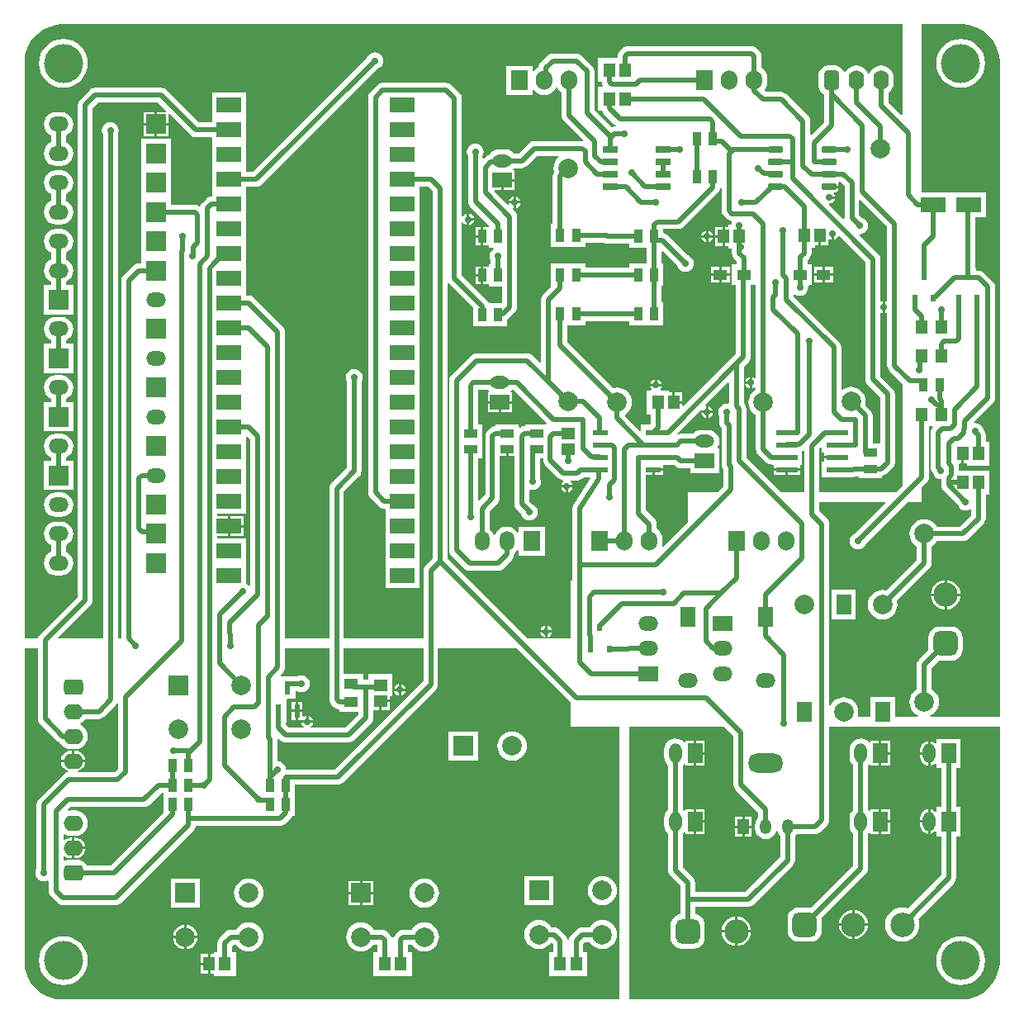
<source format=gtl>
G04*
G04 #@! TF.GenerationSoftware,Altium Limited,Altium Designer,21.3.2 (30)*
G04*
G04 Layer_Physical_Order=1*
G04 Layer_Color=255*
%FSLAX25Y25*%
%MOIN*%
G70*
G04*
G04 #@! TF.SameCoordinates,3938395F-A7AF-4B3E-ABAE-92C8EBC603DF*
G04*
G04*
G04 #@! TF.FilePolarity,Positive*
G04*
G01*
G75*
%ADD11C,0.01968*%
G04:AMPARAMS|DCode=22|XSize=61.02mil|YSize=23.62mil|CornerRadius=2.01mil|HoleSize=0mil|Usage=FLASHONLY|Rotation=0.000|XOffset=0mil|YOffset=0mil|HoleType=Round|Shape=RoundedRectangle|*
%AMROUNDEDRECTD22*
21,1,0.06102,0.01961,0,0,0.0*
21,1,0.05701,0.02362,0,0,0.0*
1,1,0.00402,0.02850,-0.00980*
1,1,0.00402,-0.02850,-0.00980*
1,1,0.00402,-0.02850,0.00980*
1,1,0.00402,0.02850,0.00980*
%
%ADD22ROUNDEDRECTD22*%
%ADD24R,0.05136X0.05733*%
%ADD25R,0.05591X0.04449*%
%ADD28R,0.05733X0.05136*%
G04:AMPARAMS|DCode=32|XSize=78.74mil|YSize=137.8mil|CornerRadius=34.25mil|HoleSize=0mil|Usage=FLASHONLY|Rotation=90.000|XOffset=0mil|YOffset=0mil|HoleType=Round|Shape=RoundedRectangle|*
%AMROUNDEDRECTD32*
21,1,0.07874,0.06929,0,0,90.0*
21,1,0.01024,0.13780,0,0,90.0*
1,1,0.06850,0.03465,0.00512*
1,1,0.06850,0.03465,-0.00512*
1,1,0.06850,-0.03465,-0.00512*
1,1,0.06850,-0.03465,0.00512*
%
%ADD32ROUNDEDRECTD32*%
G04:AMPARAMS|DCode=33|XSize=59.06mil|YSize=47.24mil|CornerRadius=23.62mil|HoleSize=0mil|Usage=FLASHONLY|Rotation=90.000|XOffset=0mil|YOffset=0mil|HoleType=Round|Shape=RoundedRectangle|*
%AMROUNDEDRECTD33*
21,1,0.05906,0.00000,0,0,90.0*
21,1,0.01181,0.04724,0,0,90.0*
1,1,0.04724,0.00000,0.00591*
1,1,0.04724,0.00000,-0.00591*
1,1,0.04724,0.00000,-0.00591*
1,1,0.04724,0.00000,0.00591*
%
%ADD33ROUNDEDRECTD33*%
%ADD34R,0.04724X0.05906*%
%ADD37R,0.06693X0.07874*%
%ADD38R,0.07874X0.07874*%
%ADD39R,0.05906X0.07874*%
%ADD40O,0.06693X0.07874*%
%ADD41O,0.05906X0.07874*%
%ADD44O,0.07874X0.05118*%
%ADD45R,0.07874X0.05906*%
%ADD48O,0.07874X0.05906*%
%ADD49O,0.07874X0.05906*%
%ADD50R,0.07874X0.05906*%
%ADD51C,0.07874*%
%ADD52O,0.05118X0.07874*%
%ADD53R,0.05906X0.07874*%
%ADD59R,0.03347X0.05315*%
%ADD60R,0.05315X0.03347*%
%ADD61R,0.05709X0.04134*%
%ADD62R,0.04724X0.05709*%
%ADD63R,0.08661X0.02362*%
%ADD64R,0.05984X0.02362*%
G04:AMPARAMS|DCode=65|XSize=23.62mil|YSize=57.09mil|CornerRadius=2.01mil|HoleSize=0mil|Usage=FLASHONLY|Rotation=90.000|XOffset=0mil|YOffset=0mil|HoleType=Round|Shape=RoundedRectangle|*
%AMROUNDEDRECTD65*
21,1,0.02362,0.05307,0,0,90.0*
21,1,0.01961,0.05709,0,0,90.0*
1,1,0.00402,0.02653,0.00980*
1,1,0.00402,0.02653,-0.00980*
1,1,0.00402,-0.02653,-0.00980*
1,1,0.00402,-0.02653,0.00980*
%
%ADD65ROUNDEDRECTD65*%
%ADD66R,0.10236X0.06299*%
%ADD67R,0.02362X0.02953*%
%ADD68R,0.02362X0.05315*%
%ADD69R,0.09843X0.05906*%
G04:AMPARAMS|DCode=70|XSize=62.99mil|YSize=78.74mil|CornerRadius=15.75mil|HoleSize=0mil|Usage=FLASHONLY|Rotation=0.000|XOffset=0mil|YOffset=0mil|HoleType=Round|Shape=RoundedRectangle|*
%AMROUNDEDRECTD70*
21,1,0.06299,0.04724,0,0,0.0*
21,1,0.03150,0.07874,0,0,0.0*
1,1,0.03150,0.01575,-0.02362*
1,1,0.03150,-0.01575,-0.02362*
1,1,0.03150,-0.01575,0.02362*
1,1,0.03150,0.01575,0.02362*
%
%ADD70ROUNDEDRECTD70*%
%ADD71O,0.06299X0.07874*%
G04:AMPARAMS|DCode=72|XSize=62.99mil|YSize=78.74mil|CornerRadius=15.75mil|HoleSize=0mil|Usage=FLASHONLY|Rotation=90.000|XOffset=0mil|YOffset=0mil|HoleType=Round|Shape=RoundedRectangle|*
%AMROUNDEDRECTD72*
21,1,0.06299,0.04724,0,0,90.0*
21,1,0.03150,0.07874,0,0,90.0*
1,1,0.03150,0.02362,0.01575*
1,1,0.03150,0.02362,-0.01575*
1,1,0.03150,-0.02362,-0.01575*
1,1,0.03150,-0.02362,0.01575*
%
%ADD72ROUNDEDRECTD72*%
%ADD73O,0.07874X0.06299*%
G04:AMPARAMS|DCode=74|XSize=98.43mil|YSize=98.43mil|CornerRadius=24.61mil|HoleSize=0mil|Usage=FLASHONLY|Rotation=90.000|XOffset=0mil|YOffset=0mil|HoleType=Round|Shape=RoundedRectangle|*
%AMROUNDEDRECTD74*
21,1,0.09843,0.04921,0,0,90.0*
21,1,0.04921,0.09843,0,0,90.0*
1,1,0.04921,0.02461,0.02461*
1,1,0.04921,0.02461,-0.02461*
1,1,0.04921,-0.02461,-0.02461*
1,1,0.04921,-0.02461,0.02461*
%
%ADD74ROUNDEDRECTD74*%
%ADD75C,0.09843*%
%ADD76C,0.15748*%
G04:AMPARAMS|DCode=77|XSize=98.43mil|YSize=98.43mil|CornerRadius=24.61mil|HoleSize=0mil|Usage=FLASHONLY|Rotation=0.000|XOffset=0mil|YOffset=0mil|HoleType=Round|Shape=RoundedRectangle|*
%AMROUNDEDRECTD77*
21,1,0.09843,0.04921,0,0,0.0*
21,1,0.04921,0.09843,0,0,0.0*
1,1,0.04921,0.02461,-0.02461*
1,1,0.04921,-0.02461,-0.02461*
1,1,0.04921,-0.02461,0.02461*
1,1,0.04921,0.02461,0.02461*
%
%ADD77ROUNDEDRECTD77*%
%ADD78C,0.02756*%
G36*
X354331Y357210D02*
X353869Y357019D01*
X348766Y362122D01*
Y366110D01*
X349438Y366625D01*
X350258Y367694D01*
X350774Y368939D01*
X350950Y370276D01*
Y371850D01*
X350774Y373186D01*
X350258Y374432D01*
X349438Y375501D01*
X348369Y376321D01*
X347123Y376837D01*
X345787Y377013D01*
X344451Y376837D01*
X343206Y376321D01*
X342137Y375501D01*
X341317Y374432D01*
X341058Y373807D01*
X340517D01*
X340258Y374432D01*
X339438Y375501D01*
X338369Y376321D01*
X337123Y376837D01*
X335787Y377013D01*
X334451Y376837D01*
X333206Y376321D01*
X332137Y375501D01*
X331317Y374432D01*
X331276Y374334D01*
X330778Y374438D01*
X330457Y375212D01*
X329889Y375952D01*
X329149Y376520D01*
X328287Y376877D01*
X327362Y376999D01*
X324213D01*
X323288Y376877D01*
X322426Y376520D01*
X321685Y375952D01*
X321117Y375212D01*
X320760Y374350D01*
X320639Y373425D01*
Y368701D01*
X320760Y367776D01*
X321117Y366914D01*
X321685Y366174D01*
X322426Y365606D01*
X322809Y365447D01*
Y354116D01*
X317731Y349037D01*
X317269Y349228D01*
Y354585D01*
X317269Y354585D01*
X317167Y355356D01*
X316870Y356074D01*
X316396Y356691D01*
X307596Y365491D01*
X306980Y365964D01*
X306261Y366262D01*
X305490Y366363D01*
X299324D01*
X298661Y367026D01*
X299249Y367792D01*
X299784Y369085D01*
X299967Y370473D01*
Y371654D01*
X299784Y373041D01*
X299249Y374334D01*
X298397Y375444D01*
X297585Y376068D01*
Y380737D01*
X297483Y381507D01*
X297186Y382226D01*
X296712Y382843D01*
X295559Y383996D01*
X294942Y384469D01*
X294224Y384767D01*
X293453Y384868D01*
X243499D01*
X242728Y384767D01*
X242010Y384469D01*
X241393Y383996D01*
X240240Y382843D01*
X239766Y382226D01*
X239469Y381507D01*
X239367Y380737D01*
Y380150D01*
X231464D01*
Y370480D01*
X233023D01*
Y370477D01*
X233124Y369706D01*
X233422Y368987D01*
X233536Y368839D01*
X233289Y368339D01*
X231464D01*
Y358669D01*
X233226D01*
X233422Y358196D01*
X233895Y357579D01*
X238223Y353251D01*
X238223Y353251D01*
X238697Y352888D01*
X238527Y352388D01*
X238189D01*
X238189Y352388D01*
X237804Y352337D01*
X237418Y352286D01*
X237064Y352139D01*
X230069Y359135D01*
Y374685D01*
X229967Y375456D01*
X229670Y376174D01*
X229197Y376791D01*
X229196Y376791D01*
X224944Y381043D01*
X224328Y381516D01*
X223609Y381814D01*
X222839Y381915D01*
X213342D01*
X212572Y381814D01*
X211853Y381516D01*
X211237Y381043D01*
X208311Y378117D01*
X207838Y377500D01*
X207540Y376782D01*
X207497Y376451D01*
X207123Y376296D01*
X206013Y375444D01*
X205618Y374930D01*
X205118Y375100D01*
Y376969D01*
X194488D01*
Y365158D01*
X205118D01*
Y367026D01*
X205618Y367196D01*
X206013Y366682D01*
X207123Y365830D01*
X208416Y365294D01*
X209803Y365112D01*
X211191Y365294D01*
X212484Y365830D01*
X213594Y366682D01*
X214446Y367792D01*
X214553Y368051D01*
X215053D01*
X215161Y367792D01*
X216013Y366682D01*
X216825Y366058D01*
Y356969D01*
X216926Y356198D01*
X217224Y355480D01*
X217697Y354863D01*
X225626Y346934D01*
X225393Y346460D01*
X225225Y346482D01*
X205709D01*
X205709Y346482D01*
X204938Y346381D01*
X204220Y346083D01*
X203603Y345610D01*
X203603Y345610D01*
X199554Y341561D01*
X197713D01*
X197520Y341812D01*
X196575Y342538D01*
X195473Y342994D01*
X194291Y343149D01*
X191535D01*
X190354Y342994D01*
X189252Y342538D01*
X188306Y341812D01*
X187696Y341016D01*
X187390Y340976D01*
X186672Y340679D01*
X186055Y340205D01*
X186055Y340205D01*
X185431Y339581D01*
X184969Y339772D01*
Y340630D01*
X185251Y341311D01*
X185366Y342185D01*
X185251Y343059D01*
X184914Y343873D01*
X184377Y344572D01*
X183678Y345108D01*
X182864Y345445D01*
X181991Y345560D01*
X181117Y345445D01*
X180303Y345108D01*
X179604Y344572D01*
X179067Y343873D01*
X178730Y343059D01*
X178615Y342185D01*
X178730Y341311D01*
X179012Y340630D01*
Y322285D01*
X179114Y321514D01*
X179411Y320796D01*
X179885Y320179D01*
X187598Y312465D01*
Y312153D01*
X187417Y311728D01*
X187098Y311728D01*
X185244D01*
Y308071D01*
Y304413D01*
X187098D01*
X187417Y304413D01*
X187598Y303988D01*
Y303445D01*
X189170D01*
X189340Y302945D01*
X188853Y302572D01*
X188317Y301873D01*
X187980Y301059D01*
X187865Y300185D01*
X187980Y299311D01*
X188262Y298630D01*
Y296949D01*
X187598D01*
Y296405D01*
X187417Y295980D01*
X187098Y295980D01*
X185244D01*
Y292323D01*
Y288665D01*
X187098D01*
X187417Y288665D01*
X187598Y288240D01*
Y287697D01*
X192912D01*
Y281201D01*
X187437D01*
X187323Y281474D01*
X186850Y282091D01*
X186850Y282091D01*
X176469Y292472D01*
Y313802D01*
X176969Y313921D01*
X177419Y313246D01*
X178206Y312721D01*
X178634Y312636D01*
Y314961D01*
Y317286D01*
X178206Y317201D01*
X177419Y316675D01*
X176969Y316001D01*
X176469Y316119D01*
Y363911D01*
X176367Y364682D01*
X176070Y365400D01*
X175596Y366017D01*
X172423Y369191D01*
X171806Y369664D01*
X171087Y369962D01*
X170317Y370063D01*
X144644D01*
X144644Y370063D01*
X143873Y369962D01*
X143155Y369664D01*
X142538Y369191D01*
X142538Y369191D01*
X139626Y366279D01*
X139153Y365662D01*
X138856Y364944D01*
X138754Y364173D01*
Y204724D01*
X138856Y203954D01*
X139153Y203235D01*
X139626Y202619D01*
X143209Y199036D01*
X143826Y198562D01*
X144544Y198265D01*
X145315Y198163D01*
X145316D01*
X145669Y197810D01*
X145669Y196220D01*
X145669Y195720D01*
Y186563D01*
X145669Y186220D01*
X145669Y185720D01*
Y176563D01*
X145669Y176220D01*
X145669Y175720D01*
Y166220D01*
X159449D01*
Y175720D01*
X159449Y176063D01*
X159449Y176563D01*
Y185720D01*
X159449Y186063D01*
X159449Y186563D01*
Y195720D01*
X159449Y196063D01*
X159449Y196563D01*
Y205720D01*
X159449Y206063D01*
X159449Y206563D01*
Y215720D01*
X159449Y216063D01*
X159449Y216563D01*
Y225720D01*
X159449Y226063D01*
X159449Y226563D01*
Y235720D01*
X159449Y236063D01*
X159449Y236563D01*
Y245720D01*
X159449Y246063D01*
X159449Y246563D01*
Y255720D01*
X159449Y256063D01*
X159449Y256563D01*
Y265720D01*
X159449Y266063D01*
X159449Y266563D01*
Y275720D01*
X159449Y276063D01*
X159449Y276563D01*
Y285720D01*
X159449Y286063D01*
X159449Y286563D01*
Y295720D01*
X159449Y296063D01*
X159449Y296563D01*
Y305720D01*
X159449Y306063D01*
X159449Y306563D01*
Y315720D01*
X159449Y316063D01*
X159449Y316563D01*
Y325720D01*
X159449Y326063D01*
X159449Y326563D01*
Y328163D01*
X163057D01*
X164812Y326408D01*
Y178119D01*
X161885Y175191D01*
X161411Y174575D01*
X161114Y173856D01*
X161012Y173085D01*
Y145669D01*
X128969D01*
Y205051D01*
X135196Y211279D01*
X135196Y211279D01*
X135670Y211896D01*
X135967Y212614D01*
X136069Y213385D01*
X136069Y213385D01*
Y249587D01*
X136351Y250268D01*
X136466Y251142D01*
X136351Y252015D01*
X136014Y252829D01*
X135477Y253528D01*
X134778Y254065D01*
X133964Y254402D01*
X133091Y254517D01*
X132217Y254402D01*
X131403Y254065D01*
X130704Y253528D01*
X130167Y252829D01*
X129830Y252015D01*
X129715Y251142D01*
X129830Y250268D01*
X130112Y249587D01*
Y214619D01*
X123885Y208391D01*
X123411Y207774D01*
X123114Y207056D01*
X123012Y206285D01*
Y145669D01*
X105269D01*
Y269442D01*
X105269Y269442D01*
X105167Y270213D01*
X104870Y270931D01*
X104396Y271548D01*
X92696Y283248D01*
X92080Y283721D01*
X91361Y284018D01*
X90591Y284120D01*
X89449D01*
Y286063D01*
X89449D01*
Y286220D01*
X89449D01*
Y296063D01*
X89449Y296063D01*
Y296220D01*
X89449D01*
X89449Y296563D01*
Y306063D01*
X89449D01*
Y306220D01*
X89449D01*
Y316063D01*
X89449D01*
Y316220D01*
X89449D01*
Y325720D01*
X89449Y326063D01*
X89449Y326563D01*
Y328163D01*
X93647D01*
X94418Y328265D01*
X95136Y328562D01*
X95753Y329036D01*
X142497Y375780D01*
X143178Y376062D01*
X143877Y376598D01*
X144414Y377297D01*
X144751Y378111D01*
X144866Y378985D01*
X144751Y379859D01*
X144414Y380673D01*
X143877Y381372D01*
X143178Y381908D01*
X142364Y382245D01*
X141491Y382360D01*
X140617Y382245D01*
X139803Y381908D01*
X139104Y381372D01*
X138567Y380673D01*
X138285Y379992D01*
X92414Y334120D01*
X89802D01*
X89449Y334473D01*
X89449Y336063D01*
X89449Y336563D01*
Y345720D01*
X89449Y346063D01*
X89449Y346563D01*
Y355720D01*
X89449Y356063D01*
X89449Y356563D01*
Y366063D01*
X75669D01*
Y356563D01*
X75669Y356220D01*
X75669Y355720D01*
Y354120D01*
X70368D01*
X57297Y367191D01*
X56680Y367664D01*
X55961Y367962D01*
X55191Y368063D01*
X28471D01*
X27700Y367962D01*
X26982Y367664D01*
X26365Y367191D01*
X22485Y363311D01*
X22011Y362694D01*
X21714Y361976D01*
X21612Y361205D01*
Y162519D01*
X6385Y147291D01*
X5911Y146674D01*
X5614Y145956D01*
X5576Y145669D01*
X0D01*
Y377953D01*
Y378985D01*
X270Y381032D01*
X804Y383026D01*
X1594Y384933D01*
X2626Y386721D01*
X3883Y388358D01*
X5342Y389818D01*
X6980Y391075D01*
X8768Y392107D01*
X10675Y392897D01*
X12669Y393431D01*
X14716Y393701D01*
X15748Y393701D01*
X354331Y393701D01*
Y357210D01*
D02*
G37*
G36*
X57318Y358745D02*
X57127Y358283D01*
X53649D01*
Y353846D01*
X58087D01*
Y357324D01*
X58548Y357515D01*
X67028Y349036D01*
X67028Y349036D01*
X67645Y348562D01*
X68363Y348265D01*
X69134Y348163D01*
X69134Y348163D01*
X75316D01*
X75669Y347810D01*
X75669Y346220D01*
X75669Y345720D01*
Y336563D01*
X75669Y336220D01*
X75669Y335720D01*
Y326563D01*
X75669Y326220D01*
X75669Y325720D01*
Y324525D01*
X75447Y324120D01*
X74676Y324018D01*
X73958Y323721D01*
X73341Y323248D01*
X73341Y323248D01*
X71713Y321619D01*
X71240Y321003D01*
X71031Y320499D01*
X70539Y320313D01*
X70443Y320320D01*
X70218Y320493D01*
X69500Y320790D01*
X68729Y320892D01*
X59055D01*
Y323819D01*
Y335630D01*
Y347441D01*
X47244D01*
Y335630D01*
Y323819D01*
Y312508D01*
X47244Y312008D01*
X47244D01*
Y312008D01*
X47244D01*
Y300197D01*
Y297270D01*
X46260D01*
X45489Y297168D01*
X44771Y296870D01*
X44154Y296397D01*
X44154Y296397D01*
X40085Y292328D01*
X39611Y291711D01*
X39314Y290993D01*
X39212Y290222D01*
Y145685D01*
X39198Y145669D01*
X37669D01*
Y349230D01*
X37951Y349911D01*
X38066Y350785D01*
X37951Y351659D01*
X37614Y352473D01*
X37077Y353172D01*
X36378Y353708D01*
X35564Y354045D01*
X34691Y354160D01*
X33817Y354045D01*
X33003Y353708D01*
X32304Y353172D01*
X31767Y352473D01*
X31430Y351659D01*
X31315Y350785D01*
X31430Y349911D01*
X31712Y349230D01*
Y145669D01*
X13840D01*
X13649Y146131D01*
X26697Y159179D01*
X27170Y159796D01*
X27467Y160514D01*
X27569Y161285D01*
X27569Y161285D01*
Y359971D01*
X29704Y362107D01*
X53957D01*
X57318Y358745D01*
D02*
G37*
G36*
X215571Y340055D02*
X215292Y339826D01*
X214554Y338927D01*
X214006Y337901D01*
X213668Y336788D01*
X213554Y335630D01*
X213668Y334472D01*
X213797Y334048D01*
X213661Y333871D01*
X213363Y333153D01*
X213262Y332382D01*
Y313012D01*
X212598D01*
Y303760D01*
X226378D01*
Y305408D01*
X234019D01*
X234535Y305194D01*
X235306Y305093D01*
X235306Y305093D01*
X244094D01*
Y303445D01*
X251254D01*
Y297264D01*
X244094D01*
Y295616D01*
X226378D01*
Y297264D01*
X212598D01*
Y288012D01*
X212598Y288012D01*
X212598D01*
X212391Y287597D01*
X209485Y284691D01*
X209011Y284074D01*
X208714Y283356D01*
X208612Y282585D01*
Y257198D01*
X208150Y257007D01*
X205066Y260091D01*
X204449Y260564D01*
X203731Y260862D01*
X202960Y260963D01*
X182591D01*
X181820Y260862D01*
X181101Y260564D01*
X180485Y260091D01*
X172385Y251991D01*
X171911Y251374D01*
X171614Y250656D01*
X171512Y249885D01*
Y181385D01*
X171614Y180614D01*
X171911Y179896D01*
X172385Y179279D01*
X177585Y174079D01*
X178201Y173606D01*
X178920Y173308D01*
X179691Y173207D01*
X191224D01*
X191995Y173308D01*
X192713Y173606D01*
X193330Y174079D01*
X196830Y177579D01*
X196830Y177579D01*
X197304Y178196D01*
X197601Y178914D01*
X197703Y179685D01*
X197703Y179685D01*
Y180137D01*
X198234Y180545D01*
X198909Y181425D01*
X199409Y181255D01*
Y179134D01*
X210039D01*
Y190945D01*
X199409D01*
Y188823D01*
X198909Y188654D01*
X198234Y189534D01*
X197206Y190322D01*
X196009Y190818D01*
X194724Y190987D01*
X193440Y190818D01*
X192243Y190322D01*
X191215Y189534D01*
X190426Y188506D01*
X189981Y187432D01*
X189980Y187432D01*
X189469D01*
X189468Y187432D01*
X189023Y188506D01*
X188234Y189534D01*
X187703Y189942D01*
Y197085D01*
X191082Y200465D01*
X191556Y201082D01*
X191853Y201800D01*
X191955Y202571D01*
X191955Y202571D01*
Y219472D01*
X194382D01*
Y222146D01*
X195382D01*
Y219472D01*
X197809D01*
Y200016D01*
X197911Y199245D01*
X198208Y198527D01*
X198681Y197910D01*
X200459Y196132D01*
X200480Y195977D01*
X200817Y195163D01*
X201353Y194464D01*
X202052Y193927D01*
X202867Y193590D01*
X203740Y193475D01*
X204614Y193590D01*
X205428Y193927D01*
X206127Y194464D01*
X206663Y195163D01*
X207000Y195977D01*
X207116Y196850D01*
X207000Y197724D01*
X206663Y198538D01*
X206127Y199237D01*
X205428Y199774D01*
X205111Y199905D01*
X203766Y201250D01*
Y205516D01*
X204162Y205823D01*
X204266Y205822D01*
X205118Y205710D01*
X205992Y205825D01*
X206806Y206162D01*
X207505Y206698D01*
X208041Y207397D01*
X208378Y208211D01*
X208493Y209085D01*
X208378Y209959D01*
X208247Y210276D01*
Y218504D01*
X209325D01*
Y217854D01*
X209426Y217083D01*
X209724Y216365D01*
X210197Y215748D01*
X215453Y210492D01*
X216069Y210019D01*
X216788Y209722D01*
X217480Y209630D01*
X217580Y209435D01*
X217616Y209120D01*
X217274Y208892D01*
X216748Y208105D01*
X216663Y207677D01*
X221313D01*
X221228Y208105D01*
X220703Y208892D01*
X220360Y209120D01*
X220512Y209620D01*
X223257D01*
X224028Y209722D01*
X224746Y210019D01*
X225363Y210492D01*
X225850Y210979D01*
X227362D01*
Y210807D01*
X228282D01*
X228519Y210367D01*
X222050Y200523D01*
X222048Y200518D01*
X222044Y200514D01*
X221724Y200026D01*
X221686Y199949D01*
X221633Y199880D01*
X221517Y199600D01*
X221385Y199326D01*
X221369Y199241D01*
X221336Y199162D01*
X221296Y198861D01*
X221239Y198563D01*
X221246Y198477D01*
X221234Y198391D01*
Y175485D01*
Y169291D01*
X220472D01*
Y145669D01*
X203219D01*
X170769Y178119D01*
Y289114D01*
X171269Y289284D01*
X171385Y289133D01*
X181102Y279415D01*
Y271949D01*
X194882D01*
Y274438D01*
X195196Y274679D01*
X197996Y277479D01*
X198470Y278096D01*
X198767Y278814D01*
X198869Y279585D01*
X198869Y279585D01*
Y315920D01*
X198869Y315920D01*
X198818Y316306D01*
X198767Y316691D01*
X198470Y317410D01*
X197996Y318026D01*
X196926Y319097D01*
X197172Y319558D01*
X197335Y319525D01*
Y321350D01*
X195510D01*
X195542Y321188D01*
X195081Y320942D01*
X189729Y326294D01*
X189920Y326756D01*
X192413D01*
Y330709D01*
X192913D01*
Y331209D01*
X197850D01*
Y334661D01*
X197396D01*
X197235Y335135D01*
X197520Y335354D01*
X197713Y335605D01*
X200788D01*
X201558Y335706D01*
X202277Y336004D01*
X202893Y336477D01*
X206942Y340526D01*
X215403D01*
X215571Y340055D01*
D02*
G37*
G36*
X331012Y328496D02*
Y315485D01*
X331028Y315367D01*
X330554Y315133D01*
X324754Y320933D01*
X324968Y321427D01*
X325731Y321579D01*
X326518Y322105D01*
X327043Y322891D01*
X327128Y323319D01*
X324803D01*
Y324319D01*
X327128D01*
X327043Y324747D01*
X326590Y325425D01*
X326762Y325925D01*
X327358D01*
X327827Y326019D01*
X328224Y326284D01*
X328489Y326681D01*
X328583Y327150D01*
Y327630D01*
X324705D01*
Y328630D01*
X328583D01*
Y329110D01*
X328489Y329579D01*
X328441Y329652D01*
X328708Y330152D01*
X329357D01*
X331012Y328496D01*
D02*
G37*
G36*
X326772Y306730D02*
X327200Y306815D01*
X327986Y307341D01*
X328479Y308078D01*
X328627Y308163D01*
X328990Y308273D01*
X339542Y297722D01*
Y250356D01*
X339643Y249585D01*
X339941Y248867D01*
X340414Y248250D01*
X345447Y243217D01*
Y224410D01*
X342348D01*
Y235748D01*
X342247Y236519D01*
X341949Y237237D01*
X341476Y237854D01*
X341476Y237854D01*
X339376Y239953D01*
X339481Y240299D01*
X339595Y241457D01*
X339481Y242615D01*
X339144Y243728D01*
X338595Y244754D01*
X337857Y245653D01*
X336958Y246391D01*
X335932Y246939D01*
X334819Y247277D01*
X333661Y247391D01*
X332504Y247277D01*
X331391Y246939D01*
X330365Y246391D01*
X330121Y246191D01*
X329669Y246405D01*
Y263385D01*
X329669Y263385D01*
X329567Y264156D01*
X329270Y264874D01*
X328797Y265491D01*
X310419Y283868D01*
Y284527D01*
X310919Y284774D01*
X311304Y284478D01*
X312119Y284141D01*
X312992Y284026D01*
X313866Y284141D01*
X314680Y284478D01*
X315379Y285015D01*
X315915Y285714D01*
X316252Y286528D01*
X316368Y287402D01*
X316296Y287945D01*
X316688Y288445D01*
X317953D01*
Y296831D01*
X316167D01*
Y298451D01*
X316847Y299131D01*
X317320Y299748D01*
X317618Y300466D01*
X317719Y301237D01*
X317719Y301237D01*
Y303551D01*
X319278D01*
Y304519D01*
X320586D01*
Y308386D01*
X321586D01*
Y304519D01*
X324654D01*
Y306746D01*
X325095Y306981D01*
X325344Y306815D01*
X325772Y306730D01*
Y309055D01*
X326772D01*
Y306730D01*
D02*
G37*
G36*
X281496Y327382D02*
X281512Y326889D01*
Y318438D01*
X281614Y317667D01*
X281911Y316949D01*
X282385Y316332D01*
X283538Y315179D01*
X284155Y314706D01*
X284873Y314408D01*
X285280Y314355D01*
X285319Y314327D01*
X285574Y313812D01*
X285345Y313259D01*
X285299Y312906D01*
X284069D01*
Y311937D01*
X282761D01*
Y308071D01*
X282261D01*
D01*
X282761D01*
Y304204D01*
X284069D01*
Y303236D01*
X285627D01*
Y301134D01*
X285729Y300363D01*
X286026Y299645D01*
X286500Y299028D01*
X287376Y298151D01*
Y296831D01*
X285591D01*
Y288445D01*
X287312D01*
Y260790D01*
X285296Y258774D01*
X266061Y239539D01*
X265599Y239730D01*
Y240642D01*
X262031D01*
Y241142D01*
X261530D01*
Y245008D01*
X260223D01*
Y245977D01*
X256958D01*
X256742Y246477D01*
X257161Y247104D01*
X257246Y247532D01*
X252596D01*
X252681Y247104D01*
X253100Y246477D01*
X252885Y245977D01*
X251149D01*
Y236307D01*
X252708D01*
Y232106D01*
X248937D01*
Y229786D01*
X248475Y229595D01*
X242443Y235627D01*
X242467Y236136D01*
X242525Y236253D01*
X243369Y236946D01*
X244107Y237845D01*
X244655Y238871D01*
X244993Y239984D01*
X245107Y241142D01*
X244993Y242300D01*
X244655Y243413D01*
X244107Y244439D01*
X243369Y245338D01*
X242470Y246076D01*
X241444Y246624D01*
X240331Y246962D01*
X239173Y247076D01*
X238016Y246962D01*
X237670Y246857D01*
X219218Y265308D01*
Y272264D01*
X226378D01*
Y273912D01*
X244094D01*
Y272264D01*
X257874D01*
Y281516D01*
X257211D01*
Y288012D01*
X257874D01*
Y297264D01*
X257211D01*
Y301901D01*
X257673Y302092D01*
X263527Y296237D01*
X263809Y295556D01*
X264346Y294857D01*
X265045Y294321D01*
X265859Y293984D01*
X266732Y293869D01*
X267606Y293984D01*
X268420Y294321D01*
X269119Y294857D01*
X269655Y295556D01*
X269993Y296371D01*
X270108Y297244D01*
X269993Y298118D01*
X269655Y298932D01*
X269119Y299631D01*
X268420Y300167D01*
X267739Y300449D01*
X259685Y308504D01*
X259068Y308977D01*
X258350Y309274D01*
X257874Y309337D01*
Y310998D01*
X263982D01*
X264753Y311100D01*
X265471Y311397D01*
X266088Y311870D01*
X279960Y325743D01*
X280434Y326360D01*
X280731Y327078D01*
X280771Y327382D01*
X281496D01*
D02*
G37*
G36*
X348312Y311951D02*
Y282001D01*
X347971Y281819D01*
X347812Y281779D01*
X347441Y281853D01*
Y279528D01*
Y277203D01*
X347812Y277276D01*
X347971Y277236D01*
X348312Y277054D01*
Y255872D01*
X348414Y255101D01*
X348711Y254383D01*
X349185Y253766D01*
X354331Y248620D01*
Y207109D01*
X351946Y204724D01*
X320892D01*
Y222374D01*
X321388Y222871D01*
X321850Y222680D01*
Y220807D01*
X322819D01*
Y219457D01*
X328150D01*
Y218457D01*
X322819D01*
Y217106D01*
X321850D01*
Y210807D01*
X334449D01*
Y210979D01*
X334591D01*
X335361Y211080D01*
X335876Y211293D01*
X336909D01*
Y210630D01*
X346161D01*
Y211344D01*
X346548Y211395D01*
X347266Y211692D01*
X347883Y212166D01*
X350531Y214814D01*
X351004Y215431D01*
X351302Y216149D01*
X351353Y216534D01*
X351403Y216920D01*
X351403Y216920D01*
Y244450D01*
X351302Y245221D01*
X351004Y245939D01*
X350531Y246556D01*
X350531Y246556D01*
X345498Y251589D01*
Y277101D01*
X345939Y277337D01*
X346013Y277288D01*
X346441Y277203D01*
Y279528D01*
Y281853D01*
X346013Y281768D01*
X345939Y281718D01*
X345498Y281954D01*
Y298956D01*
X345498Y298956D01*
X345447Y299341D01*
X345396Y299727D01*
X345099Y300445D01*
X344626Y301062D01*
X337171Y308516D01*
X337351Y309044D01*
X337964Y309125D01*
X338778Y309462D01*
X339477Y309998D01*
X340014Y310697D01*
X340351Y311511D01*
X340466Y312385D01*
X340351Y313259D01*
X340014Y314073D01*
X339477Y314772D01*
X338778Y315308D01*
X338097Y315590D01*
X336969Y316719D01*
Y322642D01*
X337431Y322833D01*
X348312Y311951D01*
D02*
G37*
G36*
X295118Y288445D02*
X295250Y288000D01*
Y251179D01*
X294750Y250911D01*
X294235Y251256D01*
X293807Y251341D01*
Y249016D01*
Y246691D01*
X294235Y246776D01*
X294750Y247120D01*
X295250Y246853D01*
Y246246D01*
X294932Y246076D01*
X294032Y245338D01*
X293294Y244439D01*
X292746Y243413D01*
X292408Y242300D01*
X292294Y241142D01*
X292408Y239984D01*
X292746Y238871D01*
X293294Y237845D01*
X294032Y236946D01*
X294932Y236208D01*
X295250Y236038D01*
Y222185D01*
X295352Y221414D01*
X295649Y220696D01*
X296122Y220079D01*
X299351Y216851D01*
X299351Y216851D01*
X299967Y216378D01*
X300686Y216080D01*
X301378Y215989D01*
Y215807D01*
X302346D01*
Y214457D01*
X313008D01*
Y215807D01*
X313976D01*
Y221422D01*
X314344Y221574D01*
X314487Y221684D01*
X314935Y221463D01*
Y204724D01*
X305363D01*
X291364Y218723D01*
Y238632D01*
X291263Y239402D01*
X290965Y240121D01*
X290492Y240738D01*
X290380Y240849D01*
Y255434D01*
X292396Y257451D01*
X292396Y257451D01*
X292870Y258068D01*
X293167Y258786D01*
X293269Y259557D01*
Y288445D01*
X295118D01*
D02*
G37*
G36*
X210718Y232746D02*
X210527Y232284D01*
X202067D01*
Y231620D01*
X201940D01*
X201170Y231519D01*
X200451Y231221D01*
X200008Y230881D01*
X199508Y231106D01*
Y232284D01*
X190256D01*
Y231620D01*
X190129D01*
X189359Y231519D01*
X188640Y231221D01*
X188024Y230748D01*
X186871Y229595D01*
X186397Y228978D01*
X186100Y228259D01*
X185998Y227489D01*
Y203804D01*
X183531Y201337D01*
X183069Y201528D01*
Y218504D01*
X184744D01*
Y225000D01*
Y232284D01*
X183096D01*
Y246038D01*
X187130D01*
X187322Y245787D01*
X187607Y245568D01*
X187446Y245095D01*
X186992D01*
Y241642D01*
X191929D01*
X196866D01*
Y245095D01*
X196412D01*
X196251Y245568D01*
X196536Y245787D01*
X196729Y246038D01*
X197426D01*
X210718Y232746D01*
D02*
G37*
G36*
X284423Y248825D02*
Y240949D01*
X283923Y240520D01*
X283465Y240580D01*
X282591Y240465D01*
X281777Y240128D01*
X281078Y239591D01*
X280541Y238892D01*
X280204Y238078D01*
X280089Y237205D01*
X280204Y236331D01*
X280486Y235650D01*
Y232874D01*
X280588Y232103D01*
X280885Y231385D01*
X281359Y230768D01*
X281471Y230656D01*
Y215859D01*
X281572Y215088D01*
X281870Y214370D01*
X282212Y213923D01*
Y207219D01*
X279718Y204724D01*
X267717D01*
Y192723D01*
X257913Y182920D01*
X257479Y183192D01*
X257644Y184449D01*
Y185630D01*
X257462Y187018D01*
X256926Y188310D01*
X256074Y189421D01*
X255262Y190044D01*
Y191885D01*
X255160Y192656D01*
X254863Y193374D01*
X254390Y193991D01*
X250869Y197512D01*
Y211776D01*
X253398D01*
Y213957D01*
X253898D01*
Y214457D01*
X257890D01*
Y215807D01*
X258858D01*
Y215979D01*
X262257D01*
X262822Y215414D01*
X262822Y215414D01*
X263438Y214941D01*
X264157Y214643D01*
X264928Y214542D01*
X268701D01*
Y212599D01*
X280512D01*
Y222441D01*
X279991D01*
X279769Y222889D01*
X279939Y223111D01*
X280395Y224212D01*
X280551Y225394D01*
X280395Y226576D01*
X279939Y227677D01*
X279213Y228623D01*
X278268Y229349D01*
X277166Y229805D01*
X275984Y229960D01*
X273228D01*
X272046Y229805D01*
X270945Y229349D01*
X269999Y228623D01*
X269807Y228372D01*
X264928D01*
X264157Y228271D01*
X263758Y228105D01*
X263475Y228529D01*
X272782Y237836D01*
X273028Y237705D01*
X275091D01*
Y239767D01*
X274959Y240013D01*
X283961Y249016D01*
X284423Y248825D01*
D02*
G37*
G36*
X381032Y393431D02*
X383026Y392897D01*
X384933Y392107D01*
X386721Y391075D01*
X388358Y389818D01*
X389818Y388358D01*
X391075Y386721D01*
X392107Y384933D01*
X392897Y383026D01*
X393431Y381032D01*
X393701Y378985D01*
X393701Y377953D01*
X393701Y114173D01*
X365729D01*
X365603Y114673D01*
X366486Y115145D01*
X367385Y115883D01*
X368123Y116782D01*
X368671Y117808D01*
X369009Y118921D01*
X369123Y120079D01*
X369009Y121237D01*
X368671Y122350D01*
X368123Y123376D01*
X367385Y124275D01*
X366486Y125013D01*
X366167Y125183D01*
Y133806D01*
X369164Y136803D01*
X369390Y136773D01*
X374311D01*
X375467Y136925D01*
X376545Y137371D01*
X377470Y138081D01*
X378180Y139006D01*
X378626Y140084D01*
X378778Y141240D01*
Y146161D01*
X378626Y147318D01*
X378180Y148395D01*
X377470Y149320D01*
X376545Y150030D01*
X375467Y150477D01*
X374311Y150629D01*
X369390D01*
X368233Y150477D01*
X367156Y150030D01*
X366231Y149320D01*
X365521Y148395D01*
X365075Y147318D01*
X364922Y146161D01*
Y141240D01*
X364952Y141014D01*
X361083Y137145D01*
X360610Y136529D01*
X360312Y135810D01*
X360211Y135039D01*
Y125183D01*
X359892Y125013D01*
X358993Y124275D01*
X358255Y123376D01*
X357707Y122350D01*
X357369Y121237D01*
X357255Y120079D01*
X357369Y118921D01*
X357707Y117808D01*
X358255Y116782D01*
X358993Y115883D01*
X359892Y115145D01*
X360774Y114673D01*
X360649Y114173D01*
X351378D01*
Y122047D01*
X341535D01*
Y114173D01*
X336702D01*
X336405Y114575D01*
X336529Y114984D01*
X336643Y116142D01*
X336529Y117299D01*
X336191Y118413D01*
X335643Y119439D01*
X334905Y120338D01*
X334005Y121076D01*
X332980Y121624D01*
X331866Y121962D01*
X330709Y122076D01*
X329551Y121962D01*
X328438Y121624D01*
X327412Y121076D01*
X326513Y120338D01*
X325775Y119439D01*
X325369Y118679D01*
X324869Y118804D01*
Y191885D01*
X324767Y192656D01*
X324470Y193374D01*
X323996Y193991D01*
X323996Y193991D01*
X320892Y197096D01*
Y200787D01*
X347356D01*
X347548Y200325D01*
X335467Y188245D01*
X334786Y187963D01*
X334087Y187426D01*
X333550Y186727D01*
X333213Y185913D01*
X333098Y185039D01*
X333213Y184166D01*
X333550Y183352D01*
X334087Y182653D01*
X334786Y182116D01*
X335600Y181779D01*
X336473Y181664D01*
X337347Y181779D01*
X338161Y182116D01*
X338860Y182653D01*
X339397Y183352D01*
X339679Y184033D01*
X356433Y200787D01*
X362205D01*
Y206559D01*
X364311Y208665D01*
X364311Y208665D01*
X364784Y209282D01*
X365082Y210000D01*
X365183Y210771D01*
Y231398D01*
X366465D01*
X366656Y230936D01*
X366595Y230874D01*
X366122Y230257D01*
X365824Y229539D01*
X365723Y228768D01*
Y214976D01*
X365824Y214205D01*
X366122Y213487D01*
X366595Y212870D01*
X366694Y212771D01*
X366714Y212615D01*
X367051Y211801D01*
X367588Y211102D01*
X368287Y210566D01*
X369101Y210229D01*
X369974Y210114D01*
X370053Y210045D01*
Y207677D01*
X370155Y206906D01*
X370452Y206188D01*
X370926Y205571D01*
X376716Y199781D01*
X376998Y199100D01*
X377535Y198401D01*
X378234Y197864D01*
X379048Y197527D01*
X379921Y197412D01*
X380795Y197527D01*
X381609Y197864D01*
X381635Y197885D01*
X382084Y197663D01*
Y195351D01*
X377703Y190970D01*
X368293D01*
X368123Y191289D01*
X367385Y192188D01*
X366486Y192926D01*
X365460Y193474D01*
X364347Y193812D01*
X363189Y193926D01*
X362031Y193812D01*
X360918Y193474D01*
X359892Y192926D01*
X358993Y192188D01*
X358255Y191289D01*
X357707Y190263D01*
X357369Y189150D01*
X357255Y187992D01*
X357369Y186834D01*
X357707Y185721D01*
X358255Y184695D01*
X358993Y183796D01*
X359892Y183058D01*
X360211Y182888D01*
Y177415D01*
X347960Y165164D01*
X347614Y165269D01*
X346457Y165383D01*
X345299Y165269D01*
X344186Y164931D01*
X343160Y164383D01*
X342261Y163645D01*
X341523Y162746D01*
X340974Y161720D01*
X340637Y160607D01*
X340523Y159449D01*
X340637Y158291D01*
X340974Y157178D01*
X341523Y156152D01*
X342261Y155253D01*
X343160Y154515D01*
X344186Y153966D01*
X345299Y153629D01*
X346457Y153515D01*
X347614Y153629D01*
X348728Y153966D01*
X349753Y154515D01*
X350653Y155253D01*
X351391Y156152D01*
X351939Y157178D01*
X352277Y158291D01*
X352391Y159449D01*
X352277Y160607D01*
X352172Y160952D01*
X365295Y174075D01*
X365295Y174075D01*
X365768Y174692D01*
X366066Y175410D01*
X366167Y176181D01*
Y182888D01*
X366486Y183058D01*
X367385Y183796D01*
X368123Y184695D01*
X368293Y185014D01*
X378937D01*
X379708Y185115D01*
X380426Y185413D01*
X381043Y185886D01*
X387168Y192011D01*
X387168Y192011D01*
X387641Y192628D01*
X387939Y193347D01*
X388040Y194117D01*
Y203826D01*
X389599D01*
Y213496D01*
X377283D01*
Y215274D01*
X377182Y216045D01*
X377157Y216106D01*
X377491Y216606D01*
X378217D01*
Y220472D01*
X379217D01*
Y216606D01*
X380525D01*
Y215637D01*
X389599D01*
Y225307D01*
X388040D01*
Y227914D01*
X387939Y228685D01*
X387641Y229403D01*
X387168Y230020D01*
X387168Y230020D01*
X387139Y230049D01*
X387119Y230204D01*
X386781Y231018D01*
X386245Y231717D01*
X385546Y232254D01*
X384732Y232591D01*
X383858Y232706D01*
X383481Y232656D01*
X383247Y233130D01*
X390896Y240779D01*
X390897Y240779D01*
X391370Y241396D01*
X391667Y242114D01*
X391769Y242885D01*
Y287685D01*
X391769Y287685D01*
X391667Y288456D01*
X391370Y289174D01*
X390897Y289791D01*
X390896Y289791D01*
X387243Y293444D01*
X386626Y293918D01*
X385908Y294215D01*
X385137Y294317D01*
X384055D01*
Y295177D01*
X383884D01*
Y315748D01*
X388189D01*
Y325984D01*
X362205D01*
Y393701D01*
X378985D01*
X381032Y393431D01*
D02*
G37*
G36*
X91149Y226271D02*
Y167298D01*
X90649Y167128D01*
X90522Y167294D01*
X89823Y167830D01*
X89449Y167985D01*
Y176063D01*
X89449D01*
Y176220D01*
X89449D01*
Y186063D01*
X77663D01*
Y187189D01*
X82059D01*
Y191142D01*
Y195094D01*
X77663D01*
Y196220D01*
X89449D01*
Y206063D01*
X89449D01*
Y206220D01*
X89449D01*
Y216063D01*
X89449D01*
Y216220D01*
X89449D01*
Y226063D01*
X89449D01*
Y226220D01*
X89449D01*
Y227318D01*
X89911Y227509D01*
X91149Y226271D01*
D02*
G37*
G36*
X123012Y121232D02*
X123114Y120461D01*
X123411Y119743D01*
X123885Y119126D01*
X125038Y117973D01*
X125655Y117499D01*
X126373Y117202D01*
X127067Y117111D01*
Y116043D01*
X134812D01*
Y114919D01*
X129557Y109663D01*
X115550D01*
X115398Y110163D01*
X115888Y110490D01*
X116413Y111277D01*
X116498Y111705D01*
X111848D01*
X111933Y111277D01*
X112459Y110490D01*
X112948Y110163D01*
X112797Y109663D01*
X106793D01*
X105537Y110919D01*
Y111909D01*
X105709D01*
Y120858D01*
X105709Y121161D01*
X106127Y121358D01*
X109449D01*
Y124507D01*
X110236D01*
X110917Y124225D01*
X111791Y124110D01*
X112664Y124225D01*
X113478Y124562D01*
X114177Y125098D01*
X114714Y125797D01*
X115051Y126611D01*
X115166Y127485D01*
X115051Y128359D01*
X114714Y129173D01*
X114177Y129872D01*
X113478Y130408D01*
X112664Y130745D01*
X111791Y130860D01*
X110917Y130745D01*
X110236Y130463D01*
X109449D01*
Y130610D01*
X103635D01*
X103428Y131110D01*
X104396Y132079D01*
X104870Y132696D01*
X105167Y133414D01*
X105269Y134185D01*
Y141732D01*
X123012D01*
Y121232D01*
D02*
G37*
G36*
X393701Y16248D02*
X393701Y15748D01*
X393667Y14718D01*
X393398Y12676D01*
X393201Y11939D01*
X393201D01*
X393201Y11939D01*
X392865Y10686D01*
X392077Y8783D01*
X391047Y6999D01*
X389793Y5365D01*
X388336Y3908D01*
X386702Y2654D01*
X384918Y1624D01*
X383015Y836D01*
X381762Y500D01*
X381762Y500D01*
Y500D01*
X381025Y303D01*
X378983Y34D01*
X377953Y0D01*
X377453Y0D01*
X244094D01*
Y110236D01*
X282628D01*
X286312Y106551D01*
Y86707D01*
X286414Y85936D01*
X286711Y85218D01*
X287185Y84601D01*
X296234Y75551D01*
Y73469D01*
X296124Y73384D01*
X295430Y72479D01*
X294993Y71426D01*
X294845Y70295D01*
Y69114D01*
X294993Y67984D01*
X295430Y66930D01*
X296124Y66026D01*
X297028Y65331D01*
X298082Y64895D01*
X299213Y64746D01*
X300343Y64895D01*
X301397Y65331D01*
X302301Y66026D01*
X302995Y66930D01*
X303432Y67984D01*
X303468Y68261D01*
X303973D01*
X304009Y67984D01*
X304446Y66930D01*
X305093Y66087D01*
Y57505D01*
X290920Y43333D01*
X270695D01*
Y47244D01*
X270695Y47244D01*
X270593Y48015D01*
X270296Y48733D01*
X269823Y49350D01*
X269822Y49350D01*
X265774Y53399D01*
Y67051D01*
X266024Y67243D01*
X266243Y67528D01*
X266717Y67368D01*
Y66913D01*
X270169D01*
Y71850D01*
Y76788D01*
X266717D01*
Y76333D01*
X266243Y76173D01*
X266024Y76458D01*
X265774Y76650D01*
Y94610D01*
X266024Y94802D01*
X266243Y95087D01*
X266717Y94927D01*
Y94472D01*
X270169D01*
Y99409D01*
Y104347D01*
X266717D01*
Y103892D01*
X266243Y103732D01*
X266024Y104016D01*
X265079Y104742D01*
X263977Y105198D01*
X262795Y105354D01*
X261613Y105198D01*
X260512Y104742D01*
X259566Y104016D01*
X258840Y103071D01*
X258384Y101969D01*
X258229Y100787D01*
Y98032D01*
X258384Y96850D01*
X258840Y95748D01*
X259566Y94802D01*
X259817Y94610D01*
Y76650D01*
X259566Y76458D01*
X258840Y75512D01*
X258384Y74410D01*
X258229Y73228D01*
Y70473D01*
X258384Y69291D01*
X258840Y68189D01*
X259566Y67243D01*
X259817Y67051D01*
Y52165D01*
X259918Y51394D01*
X260216Y50676D01*
X260689Y50059D01*
X264738Y46011D01*
Y40354D01*
Y34419D01*
X264100Y34335D01*
X263022Y33889D01*
X262097Y33179D01*
X261387Y32253D01*
X260941Y31176D01*
X260789Y30020D01*
Y25098D01*
X260941Y23942D01*
X261387Y22865D01*
X262097Y21939D01*
X263022Y21230D01*
X264100Y20783D01*
X265256Y20631D01*
X270177D01*
X271333Y20783D01*
X272411Y21230D01*
X273336Y21939D01*
X274046Y22865D01*
X274492Y23942D01*
X274644Y25098D01*
Y30020D01*
X274492Y31176D01*
X274046Y32253D01*
X273336Y33179D01*
X272411Y33889D01*
X271333Y34335D01*
X270695Y34419D01*
Y37376D01*
X292154D01*
X292925Y37478D01*
X293643Y37775D01*
X294260Y38248D01*
X310177Y54165D01*
X310177Y54165D01*
X310650Y54782D01*
X310948Y55500D01*
X311049Y56271D01*
Y65820D01*
X311317Y66026D01*
X311840Y66707D01*
X318990D01*
X319761Y66808D01*
X320480Y67106D01*
X321096Y67579D01*
X323996Y70479D01*
X324470Y71096D01*
X324767Y71814D01*
X324869Y72585D01*
X324869Y72585D01*
Y110236D01*
X330420D01*
X330709Y110208D01*
X330998Y110236D01*
X393701D01*
Y16248D01*
D02*
G37*
G36*
X161012Y128519D02*
X125157Y92663D01*
X106041D01*
X105575Y92881D01*
X105530Y93157D01*
X105451Y93759D01*
X105114Y94573D01*
X104577Y95272D01*
X103878Y95808D01*
X103064Y96145D01*
X102191Y96260D01*
X102092Y96346D01*
Y105196D01*
X102087Y105238D01*
X102560Y105472D01*
X103453Y104579D01*
X104070Y104106D01*
X104788Y103808D01*
X105559Y103707D01*
X130791D01*
X131561Y103808D01*
X132280Y104106D01*
X132896Y104579D01*
X139896Y111579D01*
X139897Y111579D01*
X140370Y112196D01*
X140667Y112914D01*
X140769Y113685D01*
Y116980D01*
X143201D01*
Y120548D01*
X143701D01*
Y121048D01*
X147567D01*
Y122356D01*
X148536D01*
Y131430D01*
X138866D01*
Y129047D01*
X138361D01*
X138097Y129156D01*
X137326Y129258D01*
X136713D01*
Y131398D01*
X128969D01*
Y141732D01*
X161012D01*
Y128519D01*
D02*
G37*
G36*
X220472Y119992D02*
Y110236D01*
X240158D01*
Y0D01*
X14716D01*
X12669Y270D01*
X10675Y804D01*
X8768Y1594D01*
X6980Y2626D01*
X5342Y3883D01*
X3883Y5342D01*
X2626Y6980D01*
X1594Y8768D01*
X804Y10675D01*
X269Y12669D01*
X-0Y14716D01*
X0Y15748D01*
Y141732D01*
X5512D01*
Y113399D01*
X5614Y112628D01*
X5911Y111910D01*
X6385Y111293D01*
X13485Y104193D01*
X13485Y104193D01*
X14101Y103720D01*
X14576Y103523D01*
X15247Y102649D01*
X16316Y101829D01*
X17561Y101313D01*
X18898Y101137D01*
X20472D01*
X21808Y101313D01*
X23054Y101829D01*
X24123Y102649D01*
X24943Y103718D01*
X25459Y104963D01*
X25635Y106299D01*
X25459Y107635D01*
X24943Y108880D01*
X24123Y109950D01*
X23054Y110770D01*
X22429Y111029D01*
Y111570D01*
X23054Y111829D01*
X24123Y112649D01*
X24638Y113321D01*
X29991D01*
X30761Y113423D01*
X31480Y113720D01*
X32096Y114193D01*
X36796Y118893D01*
X36797Y118893D01*
X37270Y119510D01*
X37312Y119613D01*
X37812Y119513D01*
Y93205D01*
X36370Y91763D01*
X21625D01*
X21556Y92256D01*
X22565Y92675D01*
X23432Y93340D01*
X24097Y94207D01*
X24515Y95216D01*
X24592Y95799D01*
X19685D01*
X14778D01*
X14855Y95216D01*
X15273Y94207D01*
X15938Y93340D01*
X16805Y92675D01*
X17814Y92256D01*
X17824Y92255D01*
X17824Y91751D01*
X17148Y91662D01*
X16430Y91364D01*
X15813Y90891D01*
X15813Y90891D01*
X5768Y80846D01*
X5295Y80229D01*
X4997Y79511D01*
X4896Y78740D01*
Y52736D01*
X4614Y52055D01*
X4499Y51181D01*
X4614Y50308D01*
X4951Y49493D01*
X5487Y48794D01*
X6186Y48258D01*
X7000Y47921D01*
X7874Y47806D01*
X8748Y47921D01*
X9312Y48155D01*
X9812Y47855D01*
Y43885D01*
X9914Y43114D01*
X10211Y42396D01*
X10685Y41779D01*
X13485Y38979D01*
X14101Y38506D01*
X14820Y38208D01*
X15590Y38107D01*
X15591Y38107D01*
X36691D01*
X37461Y38208D01*
X38180Y38506D01*
X38796Y38979D01*
X68346Y68529D01*
X68346Y68529D01*
X68819Y69146D01*
X69117Y69864D01*
X69149Y70107D01*
X103091D01*
X103861Y70208D01*
X104580Y70506D01*
X105196Y70979D01*
X107716Y73499D01*
X107716Y73499D01*
X108188Y74114D01*
X109252D01*
Y83366D01*
X109252D01*
Y86707D01*
X126391D01*
X127161Y86808D01*
X127880Y87106D01*
X128497Y87579D01*
X166096Y125179D01*
X166570Y125796D01*
X166867Y126514D01*
X166969Y127285D01*
Y141732D01*
X198732D01*
X220472Y119992D01*
D02*
G37*
G36*
X56102Y81988D02*
Y75405D01*
X34857Y54159D01*
X25301D01*
X25142Y54543D01*
X24574Y55283D01*
X23834Y55851D01*
X22972Y56208D01*
X22047Y56330D01*
X17323D01*
X16398Y56208D01*
X16184Y56120D01*
X15769Y56397D01*
Y57721D01*
X16269Y57968D01*
X16805Y57556D01*
X17814Y57138D01*
X18898Y56996D01*
X19185D01*
Y61181D01*
Y65366D01*
X18898D01*
X17814Y65224D01*
X16805Y64806D01*
X16269Y64394D01*
X15769Y64641D01*
Y66565D01*
X16217Y66786D01*
X16316Y66710D01*
X17561Y66195D01*
X18898Y66019D01*
X20472D01*
X21808Y66195D01*
X23054Y66710D01*
X24123Y67531D01*
X24943Y68600D01*
X25459Y69845D01*
X25635Y71181D01*
X25459Y72517D01*
X24943Y73762D01*
X24123Y74831D01*
X23054Y75652D01*
X21808Y76167D01*
X20472Y76343D01*
X18898D01*
X17827Y76202D01*
X17593Y76676D01*
X18648Y77730D01*
X48228D01*
X48999Y77832D01*
X49718Y78129D01*
X50334Y78603D01*
X55367Y83636D01*
X56102D01*
Y81988D01*
D02*
G37*
%LPC*%
G36*
X15748Y387843D02*
X13818Y387653D01*
X11963Y387090D01*
X10253Y386176D01*
X8755Y384946D01*
X7525Y383448D01*
X6611Y381738D01*
X6048Y379882D01*
X5858Y377953D01*
X6048Y376023D01*
X6611Y374168D01*
X7525Y372458D01*
X8755Y370959D01*
X10253Y369729D01*
X11963Y368815D01*
X13818Y368253D01*
X15748Y368063D01*
X17677Y368253D01*
X19533Y368815D01*
X21243Y369729D01*
X22741Y370959D01*
X23971Y372458D01*
X24885Y374168D01*
X25448Y376023D01*
X25638Y377953D01*
X25448Y379882D01*
X24885Y381738D01*
X23971Y383448D01*
X22741Y384946D01*
X21243Y386176D01*
X19533Y387090D01*
X17677Y387653D01*
X15748Y387843D01*
D02*
G37*
G36*
X14764Y358310D02*
X12795D01*
X11511Y358141D01*
X10313Y357645D01*
X9285Y356856D01*
X8497Y355828D01*
X8001Y354631D01*
X7832Y353346D01*
X8001Y352062D01*
X8497Y350865D01*
X9285Y349837D01*
X10313Y349048D01*
X10801Y348846D01*
Y346036D01*
X10313Y345834D01*
X9285Y345045D01*
X8497Y344017D01*
X8001Y342820D01*
X7832Y341535D01*
X8001Y340251D01*
X8497Y339054D01*
X9285Y338026D01*
X10313Y337237D01*
X11511Y336741D01*
X12795Y336572D01*
X14764D01*
X16048Y336741D01*
X17246Y337237D01*
X18274Y338026D01*
X19062Y339054D01*
X19558Y340251D01*
X19727Y341535D01*
X19558Y342820D01*
X19062Y344017D01*
X18274Y345045D01*
X17246Y345834D01*
X16758Y346036D01*
Y348846D01*
X17246Y349048D01*
X18274Y349837D01*
X19062Y350865D01*
X19558Y352062D01*
X19727Y353346D01*
X19558Y354631D01*
X19062Y355828D01*
X18274Y356856D01*
X17246Y357645D01*
X16048Y358141D01*
X14764Y358310D01*
D02*
G37*
G36*
X179634Y317286D02*
Y315461D01*
X181459D01*
X181374Y315889D01*
X180848Y316675D01*
X180062Y317201D01*
X179634Y317286D01*
D02*
G37*
G36*
X14764Y334688D02*
X12795D01*
X11511Y334519D01*
X10313Y334023D01*
X9285Y333234D01*
X8497Y332206D01*
X8001Y331009D01*
X7832Y329724D01*
X8001Y328440D01*
X8497Y327243D01*
X9285Y326215D01*
X10313Y325426D01*
X10801Y325224D01*
Y322414D01*
X10313Y322212D01*
X9285Y321423D01*
X8497Y320395D01*
X8001Y319198D01*
X7832Y317913D01*
X8001Y316629D01*
X8497Y315432D01*
X9285Y314404D01*
X10313Y313615D01*
X11511Y313119D01*
X12795Y312950D01*
X14764D01*
X16048Y313119D01*
X17246Y313615D01*
X18274Y314404D01*
X19062Y315432D01*
X19558Y316629D01*
X19727Y317913D01*
X19558Y319198D01*
X19062Y320395D01*
X18274Y321423D01*
X17246Y322212D01*
X16758Y322414D01*
Y325224D01*
X17246Y325426D01*
X18274Y326215D01*
X19062Y327243D01*
X19558Y328440D01*
X19727Y329724D01*
X19558Y331009D01*
X19062Y332206D01*
X18274Y333234D01*
X17246Y334023D01*
X16048Y334519D01*
X14764Y334688D01*
D02*
G37*
G36*
X181459Y314461D02*
X179634D01*
Y312636D01*
X180062Y312721D01*
X180848Y313246D01*
X181374Y314033D01*
X181459Y314461D01*
D02*
G37*
G36*
X184244Y311728D02*
X182071D01*
Y308571D01*
X184244D01*
Y311728D01*
D02*
G37*
G36*
Y307571D02*
X182071D01*
Y304413D01*
X184244D01*
Y307571D01*
D02*
G37*
G36*
Y295980D02*
X182071D01*
Y292823D01*
X184244D01*
Y295980D01*
D02*
G37*
G36*
Y291823D02*
X182071D01*
Y288665D01*
X184244D01*
Y291823D01*
D02*
G37*
G36*
X14764Y311066D02*
X12795D01*
X11511Y310897D01*
X10313Y310401D01*
X9285Y309612D01*
X8497Y308584D01*
X8001Y307387D01*
X7832Y306102D01*
X8001Y304818D01*
X8497Y303620D01*
X9285Y302592D01*
X10313Y301803D01*
X10801Y301601D01*
Y298792D01*
X10313Y298590D01*
X9285Y297801D01*
X8497Y296773D01*
X8001Y295576D01*
X7832Y294291D01*
X8001Y293006D01*
X8497Y291809D01*
X9285Y290781D01*
X10313Y289992D01*
X10801Y289790D01*
Y288386D01*
X7874D01*
Y276575D01*
X19685D01*
Y288386D01*
X16758D01*
Y289790D01*
X17246Y289992D01*
X18274Y290781D01*
X19062Y291809D01*
X19558Y293006D01*
X19727Y294291D01*
X19558Y295576D01*
X19062Y296773D01*
X18274Y297801D01*
X17246Y298590D01*
X16758Y298792D01*
Y301601D01*
X17246Y301803D01*
X18274Y302592D01*
X19062Y303620D01*
X19558Y304818D01*
X19727Y306102D01*
X19558Y307387D01*
X19062Y308584D01*
X18274Y309612D01*
X17246Y310401D01*
X16048Y310897D01*
X14764Y311066D01*
D02*
G37*
G36*
Y275633D02*
X12795D01*
X11511Y275464D01*
X10313Y274968D01*
X9285Y274179D01*
X8497Y273151D01*
X8001Y271954D01*
X7832Y270669D01*
X8001Y269385D01*
X8497Y268187D01*
X9285Y267159D01*
X10313Y266371D01*
X10801Y266168D01*
Y264764D01*
X7874D01*
Y252953D01*
X19685D01*
Y264764D01*
X16758D01*
Y266168D01*
X17246Y266371D01*
X18274Y267159D01*
X19062Y268187D01*
X19558Y269385D01*
X19727Y270669D01*
X19558Y271954D01*
X19062Y273151D01*
X18274Y274179D01*
X17246Y274968D01*
X16048Y275464D01*
X14764Y275633D01*
D02*
G37*
G36*
Y252011D02*
X12795D01*
X11511Y251842D01*
X10313Y251346D01*
X9285Y250557D01*
X8497Y249529D01*
X8001Y248332D01*
X7832Y247047D01*
X8001Y245762D01*
X8497Y244565D01*
X9285Y243537D01*
X10313Y242748D01*
X10801Y242546D01*
Y241142D01*
X7874D01*
Y229331D01*
X19685D01*
Y241142D01*
X16758D01*
Y242546D01*
X17246Y242748D01*
X18274Y243537D01*
X19062Y244565D01*
X19558Y245762D01*
X19727Y247047D01*
X19558Y248332D01*
X19062Y249529D01*
X18274Y250557D01*
X17246Y251346D01*
X16048Y251842D01*
X14764Y252011D01*
D02*
G37*
G36*
Y228389D02*
X12795D01*
X11511Y228220D01*
X10313Y227724D01*
X9285Y226935D01*
X8497Y225907D01*
X8001Y224710D01*
X7832Y223425D01*
X8001Y222141D01*
X8497Y220943D01*
X9285Y219915D01*
X10313Y219127D01*
X10801Y218924D01*
Y217519D01*
X7874D01*
Y205709D01*
X19685D01*
Y217519D01*
X16758D01*
Y218924D01*
X17246Y219127D01*
X18274Y219915D01*
X19062Y220943D01*
X19558Y222141D01*
X19727Y223425D01*
X19558Y224710D01*
X19062Y225907D01*
X18274Y226935D01*
X17246Y227724D01*
X16048Y228220D01*
X14764Y228389D01*
D02*
G37*
G36*
Y204767D02*
X12795D01*
X11511Y204598D01*
X10313Y204102D01*
X9285Y203313D01*
X8497Y202285D01*
X8001Y201088D01*
X7832Y199803D01*
X8001Y198518D01*
X8497Y197321D01*
X9285Y196293D01*
X10313Y195504D01*
X11511Y195008D01*
X12795Y194839D01*
X14764D01*
X16048Y195008D01*
X17246Y195504D01*
X18274Y196293D01*
X19062Y197321D01*
X19558Y198518D01*
X19727Y199803D01*
X19558Y201088D01*
X19062Y202285D01*
X18274Y203313D01*
X17246Y204102D01*
X16048Y204598D01*
X14764Y204767D01*
D02*
G37*
G36*
Y192956D02*
X12795D01*
X11511Y192787D01*
X10313Y192291D01*
X9285Y191502D01*
X8497Y190474D01*
X8001Y189277D01*
X7832Y187992D01*
X8001Y186707D01*
X8497Y185510D01*
X9285Y184482D01*
X10313Y183693D01*
X10801Y183491D01*
Y180682D01*
X10313Y180480D01*
X9285Y179691D01*
X8497Y178663D01*
X8001Y177466D01*
X7832Y176181D01*
X8001Y174896D01*
X8497Y173699D01*
X9285Y172671D01*
X10313Y171882D01*
X11511Y171386D01*
X12795Y171217D01*
X14764D01*
X16048Y171386D01*
X17246Y171882D01*
X18274Y172671D01*
X19062Y173699D01*
X19558Y174896D01*
X19727Y176181D01*
X19558Y177466D01*
X19062Y178663D01*
X18274Y179691D01*
X17246Y180480D01*
X16758Y180682D01*
Y183491D01*
X17246Y183693D01*
X18274Y184482D01*
X19062Y185510D01*
X19558Y186707D01*
X19727Y187992D01*
X19558Y189277D01*
X19062Y190474D01*
X18274Y191502D01*
X17246Y192291D01*
X16048Y192787D01*
X14764Y192956D01*
D02*
G37*
G36*
X52649Y358283D02*
X48213D01*
Y353846D01*
X52649D01*
Y358283D01*
D02*
G37*
G36*
X58087Y352846D02*
X53649D01*
Y348409D01*
X58087D01*
Y352846D01*
D02*
G37*
G36*
X52649D02*
X48213D01*
Y348409D01*
X52649D01*
Y352846D01*
D02*
G37*
G36*
X197850Y330209D02*
X193413D01*
Y326756D01*
X197850D01*
Y330209D01*
D02*
G37*
G36*
X198335Y324176D02*
Y322350D01*
X200160D01*
X200075Y322778D01*
X199549Y323565D01*
X198763Y324090D01*
X198335Y324176D01*
D02*
G37*
G36*
X197335D02*
X196907Y324090D01*
X196120Y323565D01*
X195595Y322778D01*
X195510Y322350D01*
X197335D01*
Y324176D01*
D02*
G37*
G36*
X200160Y321350D02*
X198335D01*
Y319525D01*
X198763Y319610D01*
X199549Y320136D01*
X200075Y320923D01*
X200160Y321350D01*
D02*
G37*
G36*
X221313Y206677D02*
X219488D01*
Y204852D01*
X219916Y204937D01*
X220703Y205463D01*
X221228Y206249D01*
X221313Y206677D01*
D02*
G37*
G36*
X218488D02*
X216663D01*
X216748Y206249D01*
X217274Y205463D01*
X218060Y204937D01*
X218488Y204852D01*
Y206677D01*
D02*
G37*
G36*
X211130Y150947D02*
Y149122D01*
X212955D01*
X212870Y149550D01*
X212344Y150337D01*
X211558Y150862D01*
X211130Y150947D01*
D02*
G37*
G36*
X210130D02*
X209702Y150862D01*
X208915Y150337D01*
X208390Y149550D01*
X208305Y149122D01*
X210130D01*
Y150947D01*
D02*
G37*
G36*
X212955Y148122D02*
X211130D01*
Y146297D01*
X211558Y146382D01*
X212344Y146908D01*
X212870Y147694D01*
X212955Y148122D01*
D02*
G37*
G36*
X210130D02*
X208305D01*
X208390Y147694D01*
X208915Y146908D01*
X209702Y146382D01*
X210130Y146297D01*
Y148122D01*
D02*
G37*
G36*
X326433Y295862D02*
X323138D01*
Y293138D01*
X326433D01*
Y295862D01*
D02*
G37*
G36*
X322138D02*
X318843D01*
Y293138D01*
X322138D01*
Y295862D01*
D02*
G37*
G36*
X326433Y292138D02*
X323138D01*
Y289413D01*
X326433D01*
Y292138D01*
D02*
G37*
G36*
X322138D02*
X318843D01*
Y289413D01*
X322138D01*
Y292138D01*
D02*
G37*
G36*
X276091Y310396D02*
Y308571D01*
X277916D01*
X277831Y308999D01*
X277305Y309785D01*
X276518Y310311D01*
X276091Y310396D01*
D02*
G37*
G36*
X275091D02*
X274663Y310311D01*
X273876Y309785D01*
X273351Y308999D01*
X273266Y308571D01*
X275091D01*
Y310396D01*
D02*
G37*
G36*
X281761Y311937D02*
X278693D01*
Y308571D01*
X281761D01*
Y311937D01*
D02*
G37*
G36*
X277916Y307571D02*
X276091D01*
Y305746D01*
X276518Y305831D01*
X277305Y306357D01*
X277831Y307143D01*
X277916Y307571D01*
D02*
G37*
G36*
X275091D02*
X273266D01*
X273351Y307143D01*
X273876Y306357D01*
X274663Y305831D01*
X275091Y305746D01*
Y307571D01*
D02*
G37*
G36*
X281761Y307571D02*
X278693D01*
Y304204D01*
X281761D01*
Y307571D01*
D02*
G37*
G36*
X284701Y295862D02*
X281405D01*
Y293138D01*
X284701D01*
Y295862D01*
D02*
G37*
G36*
X280405D02*
X277110D01*
Y293138D01*
X280405D01*
Y295862D01*
D02*
G37*
G36*
X284701Y292138D02*
X281405D01*
Y289413D01*
X284701D01*
Y292138D01*
D02*
G37*
G36*
X280405D02*
X277110D01*
Y289413D01*
X280405D01*
Y292138D01*
D02*
G37*
G36*
X255421Y250357D02*
Y248532D01*
X257246D01*
X257161Y248959D01*
X256636Y249746D01*
X255849Y250272D01*
X255421Y250357D01*
D02*
G37*
G36*
X254421D02*
X253993Y250272D01*
X253207Y249746D01*
X252681Y248959D01*
X252596Y248532D01*
X254421D01*
Y250357D01*
D02*
G37*
G36*
X265599Y245008D02*
X262530D01*
Y241642D01*
X265599D01*
Y245008D01*
D02*
G37*
G36*
X292807Y251341D02*
X292379Y251256D01*
X291593Y250730D01*
X291067Y249944D01*
X290982Y249516D01*
X292807D01*
Y251341D01*
D02*
G37*
G36*
Y248516D02*
X290982D01*
X291067Y248088D01*
X291593Y247301D01*
X292379Y246776D01*
X292807Y246691D01*
Y248516D01*
D02*
G37*
G36*
X313008Y213457D02*
X308177D01*
Y211776D01*
X313008D01*
Y213457D01*
D02*
G37*
G36*
X307177D02*
X302346D01*
Y211776D01*
X307177D01*
Y213457D01*
D02*
G37*
G36*
X196866Y240642D02*
X192429D01*
Y237189D01*
X196866D01*
Y240642D01*
D02*
G37*
G36*
X191429D02*
X186992D01*
Y237189D01*
X191429D01*
Y240642D01*
D02*
G37*
G36*
X276091Y239530D02*
Y237705D01*
X277916D01*
X277831Y238133D01*
X277305Y238919D01*
X276518Y239445D01*
X276091Y239530D01*
D02*
G37*
G36*
X277916Y236705D02*
X276091D01*
Y234880D01*
X276518Y234965D01*
X277305Y235490D01*
X277831Y236277D01*
X277916Y236705D01*
D02*
G37*
G36*
X275091D02*
X273266D01*
X273351Y236277D01*
X273876Y235490D01*
X274663Y234965D01*
X275091Y234880D01*
Y236705D01*
D02*
G37*
G36*
X257890Y213457D02*
X254398D01*
Y211776D01*
X257890D01*
Y213457D01*
D02*
G37*
G36*
X377953Y387843D02*
X376023Y387653D01*
X374168Y387090D01*
X372458Y386176D01*
X370959Y384946D01*
X369729Y383448D01*
X368815Y381738D01*
X368253Y379882D01*
X368063Y377953D01*
X368253Y376023D01*
X368815Y374168D01*
X369729Y372458D01*
X370959Y370959D01*
X372458Y369729D01*
X374168Y368815D01*
X376023Y368253D01*
X377953Y368063D01*
X379882Y368253D01*
X381737Y368815D01*
X383447Y369729D01*
X384946Y370959D01*
X386176Y372458D01*
X387090Y374168D01*
X387653Y376023D01*
X387843Y377953D01*
X387653Y379882D01*
X387090Y381738D01*
X386176Y383448D01*
X384946Y384946D01*
X383447Y386176D01*
X381737Y387090D01*
X379882Y387653D01*
X377953Y387843D01*
D02*
G37*
G36*
X372350Y169287D02*
Y163886D01*
X377751D01*
X377686Y164547D01*
X377347Y165663D01*
X376798Y166691D01*
X376058Y167593D01*
X375156Y168333D01*
X374127Y168883D01*
X373011Y169221D01*
X372350Y169287D01*
D02*
G37*
G36*
X371350D02*
X370690Y169221D01*
X369573Y168883D01*
X368545Y168333D01*
X367643Y167593D01*
X366903Y166691D01*
X366353Y165663D01*
X366015Y164547D01*
X365950Y163886D01*
X371350D01*
Y169287D01*
D02*
G37*
G36*
X377751Y162886D02*
X372350D01*
Y157485D01*
X373011Y157550D01*
X374127Y157889D01*
X375156Y158439D01*
X376058Y159179D01*
X376798Y160080D01*
X377347Y161109D01*
X377686Y162225D01*
X377751Y162886D01*
D02*
G37*
G36*
X371350D02*
X365950D01*
X366015Y162225D01*
X366353Y161109D01*
X366903Y160080D01*
X367643Y159179D01*
X368545Y158439D01*
X369573Y157889D01*
X370690Y157550D01*
X371350Y157485D01*
Y162886D01*
D02*
G37*
G36*
X335630Y165354D02*
X325787D01*
Y153543D01*
X335630D01*
Y165354D01*
D02*
G37*
G36*
X88480Y195094D02*
X83059D01*
Y191642D01*
X88480D01*
Y195094D01*
D02*
G37*
G36*
Y190642D02*
X83059D01*
Y187189D01*
X88480D01*
Y190642D01*
D02*
G37*
G36*
X112221Y120193D02*
X110539D01*
Y117035D01*
X112221D01*
Y120193D01*
D02*
G37*
G36*
X109539D02*
X107858D01*
Y117035D01*
X109539D01*
Y120193D01*
D02*
G37*
G36*
Y116035D02*
X107858D01*
Y112878D01*
X109539D01*
Y116035D01*
D02*
G37*
G36*
X114673Y114530D02*
Y112705D01*
X116498D01*
X116413Y113133D01*
X115888Y113919D01*
X115101Y114445D01*
X114673Y114530D01*
D02*
G37*
G36*
X112221Y116035D02*
X110539D01*
Y112878D01*
X111488D01*
X111631Y112705D01*
X113673D01*
Y114530D01*
X113245Y114445D01*
X112721Y114094D01*
X112221Y114361D01*
Y116035D01*
D02*
G37*
G36*
X377953Y105315D02*
X368110D01*
Y103532D01*
X367610Y103391D01*
X366952Y103896D01*
X366087Y104255D01*
X365657Y104311D01*
Y99409D01*
X365158D01*
D01*
X365657D01*
Y94508D01*
X366087Y94564D01*
X366952Y94923D01*
X367610Y95428D01*
X368110Y95287D01*
Y93504D01*
X370053D01*
Y77756D01*
X368110D01*
Y75973D01*
X367610Y75832D01*
X366952Y76337D01*
X366087Y76696D01*
X365657Y76752D01*
Y71850D01*
Y66949D01*
X366087Y67005D01*
X366952Y67364D01*
X367610Y67869D01*
X368110Y67728D01*
Y65945D01*
X370053D01*
Y50249D01*
X356623Y36819D01*
X355681Y37105D01*
X354330Y37238D01*
X352980Y37105D01*
X351681Y36711D01*
X350484Y36071D01*
X349435Y35210D01*
X348574Y34161D01*
X347934Y32964D01*
X347540Y31666D01*
X347408Y30315D01*
X347540Y28964D01*
X347934Y27665D01*
X348574Y26469D01*
X349435Y25420D01*
X350484Y24558D01*
X351681Y23919D01*
X352980Y23525D01*
X354330Y23392D01*
X355681Y23525D01*
X356980Y23919D01*
X358177Y24558D01*
X359226Y25420D01*
X360087Y26469D01*
X360727Y27665D01*
X361121Y28964D01*
X361254Y30315D01*
X361121Y31666D01*
X360835Y32607D01*
X375137Y46910D01*
X375611Y47527D01*
X375908Y48245D01*
X376010Y49016D01*
X376010Y49016D01*
Y65945D01*
X377953D01*
Y77756D01*
X376010D01*
Y93504D01*
X377953D01*
Y105315D01*
D02*
G37*
G36*
X349425Y104347D02*
X345973D01*
Y99909D01*
X349425D01*
Y104347D01*
D02*
G37*
G36*
X274622D02*
X271169D01*
Y99909D01*
X274622D01*
Y104347D01*
D02*
G37*
G36*
X364657Y104311D02*
X364229Y104255D01*
X363363Y103896D01*
X362619Y103326D01*
X362049Y102582D01*
X361690Y101716D01*
X361568Y100787D01*
Y99909D01*
X364657D01*
Y104311D01*
D02*
G37*
G36*
Y98909D02*
X361568D01*
Y98032D01*
X361690Y97102D01*
X362049Y96237D01*
X362619Y95493D01*
X363363Y94923D01*
X364229Y94564D01*
X364657Y94508D01*
Y98909D01*
D02*
G37*
G36*
X349425D02*
X345973D01*
Y94472D01*
X349425D01*
Y98909D01*
D02*
G37*
G36*
X337598Y105354D02*
X336417Y105198D01*
X335315Y104742D01*
X334369Y104016D01*
X333644Y103071D01*
X333188Y101969D01*
X333032Y100787D01*
Y98032D01*
X333188Y96850D01*
X333644Y95748D01*
X334369Y94802D01*
X334620Y94610D01*
Y76650D01*
X334369Y76458D01*
X333644Y75512D01*
X333188Y74410D01*
X333032Y73228D01*
Y70473D01*
X333188Y69291D01*
X333644Y68189D01*
X334369Y67243D01*
X334620Y67051D01*
Y54186D01*
X317647Y37213D01*
X317421Y37243D01*
X312500D01*
X311344Y37091D01*
X310266Y36644D01*
X309341Y35934D01*
X308631Y35009D01*
X308185Y33932D01*
X308033Y32776D01*
Y27854D01*
X308185Y26698D01*
X308631Y25620D01*
X309341Y24695D01*
X310266Y23985D01*
X311344Y23539D01*
X312500Y23387D01*
X317421D01*
X318577Y23539D01*
X319655Y23985D01*
X320580Y24695D01*
X321290Y25620D01*
X321736Y26698D01*
X321888Y27854D01*
Y32776D01*
X321859Y33001D01*
X339704Y50847D01*
X339704Y50847D01*
X340178Y51464D01*
X340475Y52182D01*
X340577Y52953D01*
X340577Y52953D01*
Y67051D01*
X340828Y67243D01*
X341046Y67528D01*
X341520Y67368D01*
Y66913D01*
X344973D01*
Y71850D01*
Y76788D01*
X341520D01*
Y76333D01*
X341046Y76173D01*
X340828Y76458D01*
X340577Y76650D01*
Y94610D01*
X340828Y94802D01*
X341046Y95087D01*
X341520Y94927D01*
Y94472D01*
X344973D01*
Y99409D01*
Y104347D01*
X341520D01*
Y103892D01*
X341046Y103732D01*
X340828Y104016D01*
X339882Y104742D01*
X338780Y105198D01*
X337598Y105354D01*
D02*
G37*
G36*
X274622Y98909D02*
X271169D01*
Y94472D01*
X274622D01*
Y98909D01*
D02*
G37*
G36*
X349425Y76788D02*
X345973D01*
Y72350D01*
X349425D01*
Y76788D01*
D02*
G37*
G36*
X274622D02*
X271169D01*
Y72350D01*
X274622D01*
Y76788D01*
D02*
G37*
G36*
X364657Y76752D02*
X364229Y76696D01*
X363363Y76337D01*
X362619Y75767D01*
X362049Y75023D01*
X361690Y74158D01*
X361568Y73228D01*
Y72350D01*
X364657D01*
Y76752D01*
D02*
G37*
G36*
X293559Y73658D02*
X290697D01*
Y70205D01*
X293559D01*
Y73658D01*
D02*
G37*
G36*
X289697D02*
X286835D01*
Y70205D01*
X289697D01*
Y73658D01*
D02*
G37*
G36*
X364657Y71350D02*
X361568D01*
Y70473D01*
X361690Y69543D01*
X362049Y68678D01*
X362619Y67934D01*
X363363Y67364D01*
X364229Y67005D01*
X364657Y66949D01*
Y71350D01*
D02*
G37*
G36*
X349425D02*
X345973D01*
Y66913D01*
X349425D01*
Y71350D01*
D02*
G37*
G36*
X274622D02*
X271169D01*
Y66913D01*
X274622D01*
Y71350D01*
D02*
G37*
G36*
X293559Y69205D02*
X290697D01*
Y65752D01*
X293559D01*
Y69205D01*
D02*
G37*
G36*
X289697D02*
X286835D01*
Y65752D01*
X289697D01*
Y69205D01*
D02*
G37*
G36*
X335146Y36215D02*
Y30815D01*
X340546D01*
X340481Y31476D01*
X340142Y32592D01*
X339593Y33620D01*
X338853Y34522D01*
X337951Y35262D01*
X336923Y35812D01*
X335806Y36150D01*
X335146Y36215D01*
D02*
G37*
G36*
X334146D02*
X333485Y36150D01*
X332369Y35812D01*
X331340Y35262D01*
X330438Y34522D01*
X329698Y33620D01*
X329149Y32592D01*
X328810Y31476D01*
X328745Y30815D01*
X334146D01*
Y36215D01*
D02*
G37*
G36*
X287901Y33460D02*
Y28059D01*
X293302D01*
X293237Y28720D01*
X292899Y29836D01*
X292349Y30865D01*
X291609Y31766D01*
X290707Y32506D01*
X289679Y33056D01*
X288562Y33395D01*
X287901Y33460D01*
D02*
G37*
G36*
X286901D02*
X286241Y33395D01*
X285125Y33056D01*
X284096Y32506D01*
X283194Y31766D01*
X282454Y30865D01*
X281905Y29836D01*
X281566Y28720D01*
X281501Y28059D01*
X286901D01*
Y33460D01*
D02*
G37*
G36*
X340546Y29815D02*
X335146D01*
Y24414D01*
X335806Y24479D01*
X336923Y24818D01*
X337951Y25368D01*
X338853Y26108D01*
X339593Y27009D01*
X340142Y28038D01*
X340481Y29154D01*
X340546Y29815D01*
D02*
G37*
G36*
X334146D02*
X328745D01*
X328810Y29154D01*
X329149Y28038D01*
X329698Y27009D01*
X330438Y26108D01*
X331340Y25368D01*
X332369Y24818D01*
X333485Y24479D01*
X334146Y24414D01*
Y29815D01*
D02*
G37*
G36*
X293302Y27059D02*
X287901D01*
Y21658D01*
X288562Y21723D01*
X289679Y22062D01*
X290707Y22612D01*
X291609Y23352D01*
X292349Y24253D01*
X292899Y25282D01*
X293237Y26398D01*
X293302Y27059D01*
D02*
G37*
G36*
X286901D02*
X281501D01*
X281566Y26398D01*
X281905Y25282D01*
X282454Y24253D01*
X283194Y23352D01*
X284096Y22612D01*
X285125Y22062D01*
X286241Y21723D01*
X286901Y21658D01*
Y27059D01*
D02*
G37*
G36*
X377953Y25638D02*
X376023Y25448D01*
X374168Y24885D01*
X372458Y23971D01*
X370959Y22741D01*
X369729Y21243D01*
X368815Y19533D01*
X368253Y17677D01*
X368063Y15748D01*
X368253Y13819D01*
X368815Y11963D01*
X369729Y10253D01*
X370959Y8755D01*
X372458Y7525D01*
X374168Y6611D01*
X376023Y6048D01*
X377953Y5858D01*
X379882Y6048D01*
X381737Y6611D01*
X383447Y7525D01*
X384946Y8755D01*
X386176Y10253D01*
X387090Y11963D01*
X387653Y13819D01*
X387843Y15748D01*
X387653Y17677D01*
X387090Y19533D01*
X386176Y21243D01*
X384946Y22741D01*
X383447Y23971D01*
X381737Y24885D01*
X379882Y25448D01*
X377953Y25638D01*
D02*
G37*
G36*
X152075Y127325D02*
Y125500D01*
X153900D01*
X153815Y125928D01*
X153289Y126714D01*
X152503Y127240D01*
X152075Y127325D01*
D02*
G37*
G36*
X151075D02*
X150647Y127240D01*
X149860Y126714D01*
X149335Y125928D01*
X149250Y125500D01*
X151075D01*
Y127325D01*
D02*
G37*
G36*
X153900Y124500D02*
X152075D01*
Y122675D01*
X152503Y122760D01*
X153289Y123286D01*
X153815Y124072D01*
X153900Y124500D01*
D02*
G37*
G36*
X151075D02*
X149250D01*
X149335Y124072D01*
X149860Y123286D01*
X150647Y122760D01*
X151075Y122675D01*
Y124500D01*
D02*
G37*
G36*
X147567Y120048D02*
X144201D01*
Y116980D01*
X147567D01*
Y120048D01*
D02*
G37*
G36*
X20472Y100485D02*
X20185D01*
Y96799D01*
X24592D01*
X24515Y97382D01*
X24097Y98392D01*
X23432Y99259D01*
X22565Y99924D01*
X21556Y100342D01*
X20472Y100485D01*
D02*
G37*
G36*
X19185D02*
X18898D01*
X17814Y100342D01*
X16805Y99924D01*
X15938Y99259D01*
X15273Y98392D01*
X14855Y97382D01*
X14778Y96799D01*
X19185D01*
Y100485D01*
D02*
G37*
G36*
X183071Y108268D02*
X171260D01*
Y96457D01*
X183071D01*
Y108268D01*
D02*
G37*
G36*
X196850Y108296D02*
X195693Y108182D01*
X194580Y107845D01*
X193553Y107296D01*
X192654Y106558D01*
X191916Y105659D01*
X191368Y104633D01*
X191030Y103520D01*
X190916Y102362D01*
X191030Y101205D01*
X191368Y100091D01*
X191916Y99065D01*
X192654Y98166D01*
X193553Y97428D01*
X194580Y96880D01*
X195693Y96542D01*
X196850Y96428D01*
X198008Y96542D01*
X199121Y96880D01*
X200147Y97428D01*
X201046Y98166D01*
X201784Y99065D01*
X202333Y100091D01*
X202670Y101205D01*
X202784Y102362D01*
X202670Y103520D01*
X202333Y104633D01*
X201784Y105659D01*
X201046Y106558D01*
X200147Y107296D01*
X199121Y107845D01*
X198008Y108182D01*
X196850Y108296D01*
D02*
G37*
G36*
X140764Y47949D02*
X136327D01*
Y43512D01*
X140764D01*
Y47949D01*
D02*
G37*
G36*
X135327D02*
X130890D01*
Y43512D01*
X135327D01*
Y47949D01*
D02*
G37*
G36*
X213583Y49902D02*
X201772D01*
Y38091D01*
X213583D01*
Y49902D01*
D02*
G37*
G36*
X140764Y42512D02*
X136327D01*
Y38075D01*
X140764D01*
Y42512D01*
D02*
G37*
G36*
X135327D02*
X130890D01*
Y38075D01*
X135327D01*
Y42512D01*
D02*
G37*
G36*
X233268Y49930D02*
X232110Y49816D01*
X230997Y49478D01*
X229971Y48930D01*
X229072Y48192D01*
X228334Y47293D01*
X227785Y46267D01*
X227448Y45154D01*
X227334Y43996D01*
X227448Y42838D01*
X227785Y41725D01*
X228334Y40699D01*
X229072Y39800D01*
X229971Y39062D01*
X230997Y38514D01*
X232110Y38176D01*
X233268Y38062D01*
X234425Y38176D01*
X235539Y38514D01*
X236565Y39062D01*
X237464Y39800D01*
X238202Y40699D01*
X238750Y41725D01*
X239088Y42838D01*
X239202Y43996D01*
X239088Y45154D01*
X238750Y46267D01*
X238202Y47293D01*
X237464Y48192D01*
X236565Y48930D01*
X235539Y49478D01*
X234425Y49816D01*
X233268Y49930D01*
D02*
G37*
G36*
X70866Y48917D02*
X59055D01*
Y37106D01*
X70866D01*
Y48917D01*
D02*
G37*
G36*
X161417Y48946D02*
X160260Y48832D01*
X159146Y48494D01*
X158121Y47946D01*
X157221Y47208D01*
X156483Y46309D01*
X155935Y45283D01*
X155597Y44170D01*
X155483Y43012D01*
X155597Y41854D01*
X155935Y40741D01*
X156483Y39715D01*
X157221Y38816D01*
X158121Y38078D01*
X159146Y37530D01*
X160260Y37192D01*
X161417Y37078D01*
X162575Y37192D01*
X163688Y37530D01*
X164714Y38078D01*
X165613Y38816D01*
X166351Y39715D01*
X166900Y40741D01*
X167237Y41854D01*
X167351Y43012D01*
X167237Y44170D01*
X166900Y45283D01*
X166351Y46309D01*
X165613Y47208D01*
X164714Y47946D01*
X163688Y48494D01*
X162575Y48832D01*
X161417Y48946D01*
D02*
G37*
G36*
X90551D02*
X89394Y48832D01*
X88280Y48494D01*
X87254Y47946D01*
X86355Y47208D01*
X85617Y46309D01*
X85069Y45283D01*
X84731Y44170D01*
X84617Y43012D01*
X84731Y41854D01*
X85069Y40741D01*
X85617Y39715D01*
X86355Y38816D01*
X87254Y38078D01*
X88280Y37530D01*
X89394Y37192D01*
X90551Y37078D01*
X91709Y37192D01*
X92822Y37530D01*
X93848Y38078D01*
X94747Y38816D01*
X95485Y39715D01*
X96034Y40741D01*
X96371Y41854D01*
X96485Y43012D01*
X96371Y44170D01*
X96034Y45283D01*
X95485Y46309D01*
X94747Y47208D01*
X93848Y47946D01*
X92822Y48494D01*
X91709Y48832D01*
X90551Y48946D01*
D02*
G37*
G36*
Y31229D02*
X89394Y31115D01*
X88280Y30778D01*
X87254Y30229D01*
X86355Y29491D01*
X85617Y28592D01*
X85447Y28273D01*
X83366D01*
X83366Y28273D01*
X82595Y28172D01*
X81877Y27874D01*
X81260Y27401D01*
X78822Y24963D01*
X78349Y24347D01*
X78052Y23628D01*
X77950Y22858D01*
Y19304D01*
X76392D01*
Y18335D01*
X75084D01*
Y14468D01*
Y10602D01*
X76392D01*
Y9633D01*
X85465D01*
Y19304D01*
X83907D01*
Y21624D01*
X84600Y22317D01*
X85447D01*
X85617Y21998D01*
X86355Y21099D01*
X87254Y20361D01*
X88280Y19813D01*
X89394Y19475D01*
X90551Y19361D01*
X91709Y19475D01*
X92822Y19813D01*
X93848Y20361D01*
X94747Y21099D01*
X95485Y21998D01*
X96034Y23024D01*
X96371Y24138D01*
X96485Y25295D01*
X96371Y26453D01*
X96034Y27566D01*
X95485Y28592D01*
X94747Y29491D01*
X93848Y30229D01*
X92822Y30778D01*
X91709Y31115D01*
X90551Y31229D01*
D02*
G37*
G36*
X65461Y30209D02*
Y25795D01*
X69874D01*
X69770Y26584D01*
X69273Y27785D01*
X68482Y28816D01*
X67450Y29608D01*
X66249Y30105D01*
X65461Y30209D01*
D02*
G37*
G36*
X64461D02*
X63672Y30105D01*
X62471Y29608D01*
X61439Y28816D01*
X60648Y27785D01*
X60151Y26584D01*
X60047Y25795D01*
X64461D01*
Y30209D01*
D02*
G37*
G36*
X161417Y31229D02*
X160260Y31115D01*
X159146Y30778D01*
X158121Y30229D01*
X157221Y29491D01*
X156483Y28592D01*
X156313Y28273D01*
X152947D01*
X152177Y28172D01*
X151458Y27874D01*
X150842Y27401D01*
X149688Y26248D01*
X149215Y25631D01*
X148918Y24913D01*
X148874Y24583D01*
X148370D01*
X148327Y24913D01*
X148029Y25631D01*
X147556Y26248D01*
X146403Y27401D01*
X145786Y27874D01*
X145067Y28172D01*
X144297Y28273D01*
X140931D01*
X140761Y28592D01*
X140023Y29491D01*
X139124Y30229D01*
X138098Y30778D01*
X136984Y31115D01*
X135827Y31229D01*
X134669Y31115D01*
X133556Y30778D01*
X132530Y30229D01*
X131631Y29491D01*
X130893Y28592D01*
X130344Y27566D01*
X130007Y26453D01*
X129893Y25295D01*
X130007Y24138D01*
X130344Y23024D01*
X130893Y21998D01*
X131631Y21099D01*
X132530Y20361D01*
X133556Y19813D01*
X134669Y19475D01*
X135827Y19361D01*
X136984Y19475D01*
X138098Y19813D01*
X139124Y20361D01*
X140023Y21099D01*
X140761Y21998D01*
X140931Y22317D01*
X142472D01*
Y19304D01*
X140913D01*
Y9633D01*
X156331D01*
Y19304D01*
X154773D01*
Y22317D01*
X156313D01*
X156483Y21998D01*
X157221Y21099D01*
X158121Y20361D01*
X159146Y19813D01*
X160260Y19475D01*
X161417Y19361D01*
X162575Y19475D01*
X163688Y19813D01*
X164714Y20361D01*
X165613Y21099D01*
X166351Y21998D01*
X166900Y23024D01*
X167237Y24138D01*
X167351Y25295D01*
X167237Y26453D01*
X166900Y27566D01*
X166351Y28592D01*
X165613Y29491D01*
X164714Y30229D01*
X163688Y30778D01*
X162575Y31115D01*
X161417Y31229D01*
D02*
G37*
G36*
X233268Y32214D02*
X232110Y32100D01*
X230997Y31762D01*
X229971Y31214D01*
X229072Y30476D01*
X228334Y29576D01*
X228164Y29258D01*
X225098D01*
X224327Y29156D01*
X223609Y28859D01*
X222992Y28385D01*
X220555Y25948D01*
X220081Y25331D01*
X219784Y24612D01*
X219740Y24282D01*
X219243Y24227D01*
X219193Y24613D01*
X218895Y25331D01*
X218422Y25948D01*
X215984Y28385D01*
X215367Y28859D01*
X214649Y29156D01*
X213878Y29258D01*
X212781D01*
X212611Y29576D01*
X211873Y30476D01*
X210974Y31214D01*
X209948Y31762D01*
X208835Y32100D01*
X207677Y32214D01*
X206520Y32100D01*
X205406Y31762D01*
X204380Y31214D01*
X203481Y30476D01*
X202743Y29576D01*
X202195Y28550D01*
X201857Y27437D01*
X201743Y26279D01*
X201857Y25122D01*
X202195Y24009D01*
X202743Y22983D01*
X203481Y22083D01*
X204380Y21345D01*
X205406Y20797D01*
X206520Y20459D01*
X207677Y20345D01*
X208835Y20459D01*
X209948Y20797D01*
X210974Y21345D01*
X211873Y22083D01*
X212451Y22787D01*
X212943Y22864D01*
X213337Y22508D01*
Y19304D01*
X211779D01*
Y9633D01*
X227197D01*
Y19304D01*
X225639D01*
Y22608D01*
X226332Y23301D01*
X228164D01*
X228334Y22983D01*
X229072Y22083D01*
X229971Y21345D01*
X230997Y20797D01*
X232110Y20459D01*
X233268Y20345D01*
X234425Y20459D01*
X235539Y20797D01*
X236565Y21345D01*
X237464Y22083D01*
X238202Y22983D01*
X238750Y24009D01*
X239088Y25122D01*
X239202Y26279D01*
X239088Y27437D01*
X238750Y28550D01*
X238202Y29576D01*
X237464Y30476D01*
X236565Y31214D01*
X235539Y31762D01*
X234425Y32100D01*
X233268Y32214D01*
D02*
G37*
G36*
X69874Y24795D02*
X65461D01*
Y20381D01*
X66249Y20485D01*
X67450Y20983D01*
X68482Y21774D01*
X69273Y22805D01*
X69770Y24006D01*
X69874Y24795D01*
D02*
G37*
G36*
X64461D02*
X60047D01*
X60151Y24006D01*
X60648Y22805D01*
X61439Y21774D01*
X62471Y20983D01*
X63672Y20485D01*
X64461Y20381D01*
Y24795D01*
D02*
G37*
G36*
X74084Y18335D02*
X71015D01*
Y14968D01*
X74084D01*
Y18335D01*
D02*
G37*
G36*
Y13968D02*
X71015D01*
Y10602D01*
X74084D01*
Y13968D01*
D02*
G37*
G36*
X15748Y25638D02*
X13819Y25448D01*
X11963Y24885D01*
X10253Y23971D01*
X8755Y22741D01*
X7525Y21243D01*
X6611Y19533D01*
X6048Y17677D01*
X5858Y15748D01*
X6048Y13819D01*
X6611Y11963D01*
X7525Y10253D01*
X8755Y8755D01*
X10253Y7525D01*
X11963Y6611D01*
X13819Y6048D01*
X15748Y5858D01*
X17677Y6048D01*
X19533Y6611D01*
X21243Y7525D01*
X22741Y8755D01*
X23971Y10253D01*
X24885Y11963D01*
X25448Y13819D01*
X25638Y15748D01*
X25448Y17677D01*
X24885Y19533D01*
X23971Y21243D01*
X22741Y22741D01*
X21243Y23971D01*
X19533Y24885D01*
X17677Y25448D01*
X15748Y25638D01*
D02*
G37*
G36*
X20472Y65366D02*
X20185D01*
Y61681D01*
X24592D01*
X24515Y62264D01*
X24097Y63274D01*
X23432Y64141D01*
X22565Y64806D01*
X21556Y65224D01*
X20472Y65366D01*
D02*
G37*
G36*
X24592Y60681D02*
X20185D01*
Y56996D01*
X20472D01*
X21556Y57138D01*
X22565Y57556D01*
X23432Y58222D01*
X24097Y59088D01*
X24515Y60098D01*
X24592Y60681D01*
D02*
G37*
%LPD*%
D11*
X224539Y198887D02*
X224533Y198879D01*
X383858Y229118D02*
Y229331D01*
Y229118D02*
X385062Y227914D01*
Y220472D02*
Y227914D01*
X373031Y207677D02*
Y210421D01*
X375012Y226378D02*
X376699D01*
X369974Y213489D02*
Y213702D01*
X373196Y216383D02*
Y224562D01*
X368701Y214976D02*
Y228768D01*
X373031Y210421D02*
X374305Y211695D01*
X368701Y214976D02*
X369974Y213702D01*
X373196Y224562D02*
X375012Y226378D01*
X373196Y216383D02*
X374305Y215274D01*
Y211695D02*
Y215274D01*
X368701Y228768D02*
X370346Y230413D01*
X373664D01*
X307874Y224154D02*
X312855D01*
X316929Y228228D01*
Y265748D01*
X307441Y282635D02*
Y291125D01*
Y282635D02*
X326691Y263385D01*
Y237185D02*
Y263385D01*
X310039Y331436D02*
X342520Y298956D01*
Y250356D02*
X348425Y244450D01*
X342520Y250356D02*
Y298956D01*
X362205Y247342D02*
X362894Y248031D01*
X351290Y255872D02*
Y313185D01*
Y255872D02*
X357478Y249685D01*
X338291Y326185D02*
X351290Y313185D01*
X313090Y287500D02*
Y292539D01*
X313189Y292638D01*
X312992Y287402D02*
X313090Y287500D01*
X305991Y292575D02*
X307441Y291125D01*
X302165Y278610D02*
Y283391D01*
X303110Y284336D02*
Y289331D01*
X302165Y283391D02*
X303110Y284336D01*
X305991Y292575D02*
Y310485D01*
X298228Y241142D02*
Y313147D01*
X294091Y317285D02*
X298228Y313147D01*
Y222185D02*
Y241142D01*
X283465Y232874D02*
Y237205D01*
X284449Y215859D02*
Y231890D01*
X283465Y232874D02*
X284449Y231890D01*
X287402Y239616D02*
Y256668D01*
Y239616D02*
X288386Y238632D01*
Y217490D02*
Y238632D01*
X295276Y321850D02*
X301358Y327933D01*
X289370Y321850D02*
X295276D01*
X284490Y318438D02*
Y341577D01*
X285644Y317285D02*
X294091D01*
X284490Y341577D02*
X285433Y342520D01*
X284490Y318438D02*
X285644Y317285D01*
X285433Y342520D02*
X286043Y343130D01*
X248970Y321850D02*
X254921D01*
X242690Y328130D02*
X248970Y321850D01*
X245079Y333661D02*
X250610Y328130D01*
X257677D01*
X229885Y164370D02*
X257874D01*
X228150Y162635D02*
X229885Y164370D01*
X241284Y159985D02*
X261990D01*
X232284Y150985D02*
X241284Y159985D01*
X261990D02*
X266090Y164085D01*
X236221Y202756D02*
Y207738D01*
X238189Y209706D01*
X219488Y217520D02*
Y222221D01*
X219488Y222221D02*
X219488Y222221D01*
Y217520D02*
X219488Y217520D01*
X212303Y217854D02*
X217558Y212598D01*
X223257D01*
X212303Y217854D02*
Y227193D01*
X203740Y196850D02*
Y197064D01*
X205269Y209236D02*
Y221968D01*
X205090Y222146D02*
X205269Y221968D01*
X200787Y200016D02*
X203740Y197064D01*
X200787Y200016D02*
Y227489D01*
X205118Y209085D02*
X205269Y209236D01*
X254232Y307087D02*
X254921Y306398D01*
X257579D01*
X266732Y297244D01*
X254232Y307087D02*
Y312823D01*
X7874Y78740D02*
X17919Y88785D01*
X7874Y51181D02*
Y78740D01*
X94701Y80709D02*
X94997Y80414D01*
X98425D02*
X99114Y79725D01*
X80709Y94488D02*
Y114173D01*
X94488Y80709D02*
X94701D01*
X99114Y78740D02*
Y79725D01*
X94997Y80414D02*
X98425D01*
X80709Y94488D02*
X94488Y80709D01*
X68044Y303694D02*
X69882Y305532D01*
X67893Y300217D02*
X68044Y300368D01*
X69882Y305532D02*
Y316760D01*
X68044Y300368D02*
Y303694D01*
X63464Y144958D02*
Y301913D01*
X63976Y302426D02*
Y308071D01*
X63464Y301913D02*
X63976Y302426D01*
X76415Y297047D02*
X76496D01*
X40791Y122285D02*
X63464Y144958D01*
X70748Y104213D02*
Y296948D01*
X76496Y297047D02*
X80591Y301142D01*
X74685Y166966D02*
Y295318D01*
X76415Y297047D01*
X73819Y300019D02*
Y319513D01*
X70748Y296948D02*
X73819Y300019D01*
X83121Y142985D02*
Y147575D01*
X82790Y147906D02*
Y152282D01*
X78790Y155562D02*
X88135Y164907D01*
X78790Y135776D02*
Y155562D01*
X82790Y147906D02*
X83121Y147575D01*
X60039Y100492D02*
X60138Y100394D01*
X66929D01*
X361371Y254186D02*
Y259009D01*
X362205Y259843D01*
X361221Y254035D02*
X361371Y254186D01*
X366142Y242126D02*
X366193D01*
X368162Y240158D01*
X370079D01*
X368701Y238090D02*
X370079Y236713D01*
X368673Y238090D02*
X368701D01*
X370079Y271654D02*
X370079Y271654D01*
X370079Y271654D02*
Y278543D01*
X288386Y217490D02*
X313790Y192085D01*
X284449Y215859D02*
X285191Y215117D01*
Y205985D02*
Y215117D01*
X287402Y256668D02*
X290290Y259557D01*
X259690Y228957D02*
X287402Y256668D01*
X290290Y292638D02*
X290354D01*
X290290Y259557D02*
Y292638D01*
X167791Y176885D02*
X222791Y121885D01*
X275190D01*
X289290Y107785D01*
X345777Y214272D02*
X348425Y216920D01*
Y244450D01*
X317913Y223608D02*
X323262Y228957D01*
X317913Y195862D02*
X321890Y191885D01*
X307677Y223957D02*
X307874Y224154D01*
X317913Y195862D02*
Y223608D01*
X379278Y228957D02*
Y230460D01*
X379331Y233425D02*
X388790Y242885D01*
X379331Y230512D02*
Y233425D01*
X379278Y230460D02*
X379331Y230512D01*
X375394Y238190D02*
X384646Y247442D01*
Y283071D01*
X375394Y232143D02*
Y238190D01*
X376699Y226378D02*
X379278Y228957D01*
X373664Y230413D02*
X375394Y232143D01*
X373031Y207677D02*
X379921Y200787D01*
X373190Y208661D02*
X378717D01*
X303051Y327933D02*
X303248Y328130D01*
X301358Y327933D02*
X303051D01*
X303248Y328130D02*
X306867D01*
X298563Y333327D02*
X303051D01*
X303248Y333130D01*
X296260Y335630D02*
X298563Y333327D01*
X223257Y212598D02*
X224616Y213957D01*
X232323D01*
X219268Y228346D02*
X219488Y228566D01*
X213456Y228346D02*
X219268D01*
X212303Y227193D02*
X213456Y228346D01*
X225391Y222540D02*
Y234185D01*
Y222540D02*
X228777Y219154D01*
X232126D01*
X232323Y218957D01*
X242284Y185039D02*
Y222209D01*
X243455Y223380D01*
X232323Y223957D02*
X237036D01*
X238268Y222725D01*
Y211553D02*
Y222725D01*
X244031Y223957D02*
X249901D01*
X243455Y223380D02*
X244031Y223957D01*
X238189Y211474D02*
X238268Y211553D01*
X238189Y209706D02*
Y211474D01*
X247890Y218957D02*
X253898D01*
X247890Y196278D02*
Y218957D01*
Y196278D02*
X252284Y191885D01*
X66719Y100184D02*
X70748Y104213D01*
X68729Y317913D02*
X69882Y316760D01*
X53149Y317913D02*
X68729D01*
X73819Y319513D02*
X75447Y321142D01*
X74685Y166966D02*
X74803Y166848D01*
X72591Y86585D02*
X74803Y88798D01*
Y166848D01*
X80591Y301142D02*
X82559D01*
X133091Y213385D02*
Y251142D01*
X125991Y206285D02*
X133091Y213385D01*
X318891Y338130D02*
X324705D01*
X314290Y336530D02*
X317690Y333130D01*
X294606Y366869D02*
Y380737D01*
X310039Y331436D02*
Y338130D01*
X317690Y333130D02*
X324705D01*
X314290Y336530D02*
Y354585D01*
X318891Y338130D02*
Y345985D01*
X324705Y333130D02*
X330591D01*
X306867Y328130D02*
X314741Y320256D01*
Y301237D02*
Y308386D01*
Y320256D01*
X288605Y308071D02*
Y312385D01*
Y304470D02*
Y308071D01*
X137791Y125815D02*
X138044Y126069D01*
X137791Y113685D02*
Y125815D01*
X138044Y126069D02*
X142877D01*
X143701Y126893D01*
X131890Y127362D02*
X132972Y126280D01*
X137326D01*
X137791Y125815D01*
X127144Y120079D02*
X131890D01*
X131890Y120079D01*
X125991Y121232D02*
X127144Y120079D01*
X125991Y121232D02*
Y206285D01*
X163991Y127285D02*
Y173085D01*
X167791Y176885D01*
X141732Y364173D02*
X144644Y367085D01*
X170317D01*
X141732Y204724D02*
Y364173D01*
X173491Y291239D02*
Y363911D01*
X170317Y367085D02*
X173491Y363911D01*
X145315Y201142D02*
X152559D01*
X141732Y204724D02*
X145315Y201142D01*
X69134Y351142D02*
X82559D01*
X55191Y365085D02*
X69134Y351142D01*
X28471Y365085D02*
X55191D01*
X24590Y161285D02*
Y361205D01*
X28471Y365085D01*
X46260Y294291D02*
X53149D01*
X42191Y290222D02*
X46260Y294291D01*
X42191Y145685D02*
Y290222D01*
X13780Y176181D02*
Y187992D01*
X52334Y188808D02*
X53149Y187992D01*
X47413Y188808D02*
X52334D01*
X46191Y190030D02*
Y210461D01*
Y190030D02*
X47413Y188808D01*
X46191Y210461D02*
X47344Y211614D01*
X53149D01*
X98425Y120416D02*
Y130320D01*
X102290Y134185D01*
X94488Y151002D02*
X98307Y154821D01*
X94488Y126083D02*
Y151002D01*
X94488Y126083D02*
X94488Y126083D01*
X98425Y120416D02*
X98425Y120416D01*
X98425Y105885D02*
Y120416D01*
Y105885D02*
X99114Y105196D01*
X94488Y119685D02*
Y126083D01*
X84646Y118110D02*
X92913D01*
X90591Y271142D02*
X98307Y263425D01*
X92913Y118110D02*
X94488Y119685D01*
X98307Y154821D02*
Y263425D01*
X102559Y109685D02*
X105559Y106685D01*
X102559Y109685D02*
Y116535D01*
X99114Y89809D02*
Y105196D01*
X80709Y114173D02*
X84646Y118110D01*
X17919Y88785D02*
X37604D01*
X40791Y91972D01*
Y122285D01*
X66240Y94488D02*
Y99705D01*
X66719Y100184D01*
X17414Y80709D02*
X48228D01*
X54134Y86614D01*
X59744D01*
Y94488D01*
X12791Y76085D02*
X17414Y80709D01*
X83366Y25295D02*
X90551D01*
X80928Y14468D02*
Y22858D01*
X83366Y25295D01*
X151794Y24142D02*
X152947Y25295D01*
X151794Y14468D02*
Y24142D01*
X152947Y25295D02*
X161417D01*
X135827D02*
X144297D01*
X145450Y24142D01*
Y14468D02*
Y24142D01*
X222661Y23842D02*
X225098Y26279D01*
X222661Y14468D02*
Y23842D01*
X225098Y26279D02*
X233268D01*
X216316Y14468D02*
Y23842D01*
X213878Y26279D02*
X216316Y23842D01*
X207677Y26279D02*
X213878D01*
X308071Y69547D02*
X308228Y69705D01*
X292154Y40354D02*
X308071Y56271D01*
Y69547D01*
X267717Y40354D02*
X292154D01*
X267717D02*
Y47244D01*
Y27559D02*
Y40354D01*
X262795Y71850D02*
X262795Y71850D01*
X262795Y52165D02*
Y71850D01*
Y52165D02*
X267717Y47244D01*
X228150Y147300D02*
X228543Y146907D01*
X228150Y147300D02*
Y162635D01*
X281190Y164085D02*
X287402Y170296D01*
X274991Y157885D02*
X281190Y164085D01*
X266090D02*
X281190D01*
X232284Y185039D02*
X242284D01*
X190129Y228642D02*
X194882D01*
X188976Y227489D02*
X190129Y228642D01*
X184724Y198319D02*
X188976Y202571D01*
Y227489D01*
X201940Y228642D02*
X206693D01*
X200787Y227489D02*
X201940Y228642D01*
X205090Y222146D02*
X206693D01*
X181271Y249016D02*
X191929D01*
X180118Y247863D02*
X181271Y249016D01*
X180118Y228642D02*
Y247863D01*
X191929Y249016D02*
X198660D01*
X186024Y325787D02*
X195891Y315920D01*
X186024Y325787D02*
Y335962D01*
X195891Y279585D02*
Y315920D01*
X188161Y338099D02*
X192430D01*
X192913Y338583D01*
X200788D01*
X186024Y335962D02*
X188161Y338099D01*
X205709Y343504D02*
X225225D01*
X200788Y338583D02*
X205709Y343504D01*
X225225D02*
X226378Y342351D01*
Y337998D02*
Y342351D01*
Y337998D02*
X231246Y333130D01*
X230315Y340506D02*
X232691Y338130D01*
X236417D01*
X230315Y340506D02*
Y346457D01*
X219803Y356969D02*
X230315Y346457D01*
X243499Y381890D02*
X293453D01*
X242346Y375315D02*
Y380737D01*
X243499Y381890D01*
X293453D02*
X294606Y380737D01*
X246729Y369323D02*
X248469Y371063D01*
X236001Y370477D02*
X237154Y369323D01*
X236001Y370477D02*
Y375315D01*
X237154Y369323D02*
X246729D01*
X236491Y347711D02*
X238189Y349410D01*
X242126D01*
X236491Y344216D02*
Y348501D01*
X254232Y312823D02*
X255385Y313976D01*
X263982D01*
X277854Y327849D01*
X278543Y346626D02*
X281327D01*
X284823Y343130D02*
X286043D01*
X277854Y347315D02*
Y354285D01*
Y347315D02*
X278543Y346626D01*
X281327D02*
X284823Y343130D01*
X286043D02*
X303248D01*
X242346Y363504D02*
X274291D01*
X310039Y338130D02*
Y347332D01*
X274291Y363504D02*
X289310Y348485D01*
X308886D01*
X310039Y347332D01*
X380906Y291732D02*
Y320669D01*
X381102Y320866D01*
X380906Y291732D02*
X380906Y291732D01*
X375343Y291485D02*
X380906D01*
X381052Y291339D01*
X385137D02*
X388790Y287685D01*
X381052Y291339D02*
X385137D01*
X388790Y242885D02*
Y287685D01*
X367126Y283563D02*
X367421D01*
X366929Y283071D02*
Y283366D01*
X367421Y283563D02*
X375343Y291485D01*
X366929Y283366D02*
X367126Y283563D01*
X370079Y259843D02*
Y264595D01*
X371232Y265748D02*
X376012D01*
X370079Y264595D02*
X371232Y265748D01*
X376012D02*
X377165Y266901D01*
Y283071D01*
X370079Y240158D02*
Y241685D01*
Y236713D02*
Y240158D01*
Y236220D02*
Y236713D01*
X357478Y249685D02*
X362894D01*
X363189Y187992D02*
X378937D01*
X385062Y194117D01*
Y208661D01*
X224213Y136024D02*
X228740Y131496D01*
X251969D01*
X224213Y136024D02*
Y175485D01*
X228543Y141338D02*
Y146907D01*
X232284Y150000D02*
Y150985D01*
X224213Y175485D02*
X254691D01*
X276782Y355357D02*
X277854Y354285D01*
X240329Y355357D02*
X276782D01*
X236001Y359685D02*
X240329Y355357D01*
X236001Y359685D02*
Y363504D01*
X227091Y357901D02*
X235138Y349854D01*
X236491Y343130D02*
Y344216D01*
X236417Y343130D02*
X236810Y344216D01*
X235138Y349854D02*
X236491Y348501D01*
X219803Y356969D02*
Y371063D01*
X222839Y378937D02*
X227091Y374685D01*
X209803Y371063D02*
X210417Y371677D01*
Y376011D02*
X213342Y378937D01*
X222839D01*
X210417Y371677D02*
Y376011D01*
X231925Y210126D02*
Y213760D01*
X224213Y198391D02*
X224533Y198879D01*
X224213Y175485D02*
Y198391D01*
X224539Y198887D02*
X231925Y210126D01*
Y213760D02*
X232323Y213957D01*
X105610Y89685D02*
X126391D01*
X66240Y70635D02*
Y73085D01*
X308228Y69685D02*
X318990D01*
X288605Y301134D02*
Y304470D01*
X312090Y228957D02*
Y268685D01*
X106299Y127485D02*
X111791D01*
X66240Y86585D02*
X72591D01*
X287402Y170296D02*
Y185039D01*
X180091Y194685D02*
Y222146D01*
X309090Y338130D02*
X309690D01*
X191240Y276785D02*
X193091D01*
X202960Y257985D02*
X211591Y249354D01*
X232190Y228957D02*
Y234857D01*
X99114Y86614D02*
Y89809D01*
X339370Y220768D02*
Y235748D01*
X325787Y352882D02*
Y365388D01*
X152559Y331142D02*
X164291D01*
X126391Y89685D02*
X163991Y127285D01*
X105610Y86614D02*
Y89685D01*
X36691Y41085D02*
X66240Y70635D01*
X15590Y41085D02*
X36691D01*
X12791Y43885D02*
X15590Y41085D01*
X12791Y43885D02*
Y76085D01*
X288605Y304470D02*
X289290Y303785D01*
X324705Y343130D02*
X332090D01*
X257677D02*
X264346D01*
X264390Y343085D01*
X253898Y228957D02*
X259690D01*
X299213Y154528D02*
Y163607D01*
X313790Y178185D01*
Y192085D01*
X337598Y52953D02*
Y71850D01*
X314961Y30315D02*
X337598Y52953D01*
X373032Y49016D02*
Y71850D01*
X354330Y30315D02*
X373032Y49016D01*
X254691Y175485D02*
X285191Y205985D01*
X328150Y223957D02*
X335433D01*
Y234085D01*
X329790D02*
X335433D01*
X326691Y237185D02*
X329790Y234085D01*
X93647Y331142D02*
X141491Y378985D01*
X82559Y331142D02*
X93647D01*
X106299Y125984D02*
Y127485D01*
X66240Y86585D02*
Y86614D01*
X336473Y185039D02*
X362205Y210771D01*
Y236220D01*
X78790Y135776D02*
X87598Y126968D01*
X333991Y315485D02*
X337090Y312385D01*
X333991Y315485D02*
Y329730D01*
X330591Y333130D02*
X333991Y329730D01*
X277854Y327849D02*
Y332008D01*
X345787Y360888D02*
Y371063D01*
Y360888D02*
X356790Y349885D01*
Y324666D02*
Y349885D01*
Y324666D02*
X360591Y320866D01*
X366929D01*
X216240Y308386D02*
Y332382D01*
X219488Y335630D01*
X75447Y321142D02*
X82559D01*
Y271142D02*
X90591D01*
X99114Y89809D02*
X102190Y92885D01*
X318891Y345985D02*
X325787Y352882D01*
X181991Y322285D02*
Y342185D01*
Y322285D02*
X191240Y313035D01*
Y308071D02*
Y313035D01*
X363189Y120079D02*
Y135039D01*
X371850Y143701D01*
X180091Y222146D02*
X180118D01*
X42191Y145685D02*
X44891Y142985D01*
X82790Y152282D02*
X94128Y163619D01*
Y227505D01*
X90491Y231142D02*
X94128Y227505D01*
X82559Y231142D02*
X90491D01*
X255686Y230745D02*
Y241142D01*
X253898Y228957D02*
X255686Y230745D01*
X236417Y343130D02*
X236491D01*
X227091Y357901D02*
Y374685D01*
X231246Y333130D02*
X236417D01*
X306591Y111585D02*
Y139307D01*
X299213Y146685D02*
X306591Y139307D01*
X299213Y146685D02*
Y154528D01*
X130791Y106685D02*
X137791Y113685D01*
X105559Y106685D02*
X130791D01*
X82559Y281142D02*
X90591D01*
X102290Y269442D01*
Y134185D02*
Y269442D01*
X302165Y278610D02*
X312090Y268685D01*
X307677Y228957D02*
X312090D01*
X341535Y214272D02*
X345777D01*
X194724Y179685D02*
Y185039D01*
X191224Y176185D02*
X194724Y179685D01*
X179691Y176185D02*
X191224D01*
X174491Y181385D02*
X179691Y176185D01*
X174491Y181385D02*
Y249885D01*
X182591Y257985D01*
X202960D01*
X363189Y176181D02*
Y187992D01*
X346457Y159449D02*
X363189Y176181D01*
X198660Y249016D02*
X213491Y234185D01*
X225391D01*
X325787Y365388D02*
Y371063D01*
Y365388D02*
X338291Y352885D01*
Y326185D02*
Y352885D01*
X362894Y248031D02*
Y249685D01*
X59744Y74835D02*
Y78740D01*
X36091Y51181D02*
X59744Y74835D01*
X19685Y51181D02*
X36091D01*
X236417Y328130D02*
X242690D01*
X191240Y292323D02*
Y300185D01*
Y276575D02*
Y276785D01*
X193091D02*
X195891Y279585D01*
X216240Y287235D02*
Y292638D01*
X211591Y282585D02*
X216240Y287235D01*
X211591Y249354D02*
Y282585D01*
Y249354D02*
X219488Y241457D01*
X173491Y291239D02*
X184744Y279985D01*
Y276575D02*
Y279985D01*
X294606Y366869D02*
X298091Y363385D01*
X305490D01*
X314290Y354585D01*
X303248Y338130D02*
X309090D01*
X184724Y185039D02*
Y198319D01*
X264928Y225394D02*
X274606D01*
X263491Y223957D02*
X264928Y225394D01*
X253898Y223957D02*
X263491D01*
X299213Y69705D02*
Y76785D01*
X289290Y86707D02*
X299213Y76785D01*
X289290Y86707D02*
Y107785D01*
X167791Y176885D02*
Y327642D01*
X164291Y331142D02*
X167791Y327642D01*
X252284Y185039D02*
Y191885D01*
X19685Y116299D02*
X29991D01*
X34691Y120999D01*
Y350785D01*
X15590Y106299D02*
X19685D01*
X8491Y113399D02*
X15590Y106299D01*
X8491Y113399D02*
Y145185D01*
X24590Y161285D01*
X339370Y220768D02*
X341535D01*
X333661Y241457D02*
X339370Y235748D01*
X219488Y241457D02*
X225590D01*
X232190Y234857D01*
Y228957D02*
X232323D01*
X239173Y234685D02*
Y241142D01*
Y234685D02*
X249901Y223957D01*
X253898D01*
X216240Y264075D02*
Y276890D01*
Y264075D02*
X239173Y241142D01*
X298228Y222185D02*
X301457Y218957D01*
X307677D01*
X277943Y141732D02*
X281969D01*
X274991Y144685D02*
X277943Y141732D01*
X274991Y144685D02*
Y157885D01*
X323262Y228957D02*
X328150D01*
X321890Y72585D02*
Y191885D01*
X318990Y69685D02*
X321890Y72585D01*
X248469Y371063D02*
X274606D01*
X105610Y75605D02*
Y78740D01*
X103091Y73085D02*
X105610Y75605D01*
X66240Y73085D02*
X103091D01*
X66240D02*
Y78740D01*
X105610Y82585D02*
Y86614D01*
Y82585D02*
X105610Y82585D01*
Y78740D02*
Y82585D01*
X262795Y71850D02*
Y99409D01*
X288605Y301134D02*
X290354Y299385D01*
Y292638D02*
Y299385D01*
X337598Y71850D02*
Y99409D01*
X373032Y71850D02*
Y99409D01*
X313189Y299685D02*
X314741Y301237D01*
X313189Y292638D02*
Y299685D01*
X264928Y217520D02*
X274606D01*
X263491Y218957D02*
X264928Y217520D01*
X253898Y218957D02*
X263491D01*
X359449Y278641D02*
Y283071D01*
Y278641D02*
X362205Y275885D01*
Y271654D02*
Y275885D01*
X369390Y242374D02*
Y248031D01*
Y242374D02*
X370079Y241685D01*
X244184Y141732D02*
X251969D01*
X243791Y141338D02*
X244184Y141732D01*
X236023Y141338D02*
X243791D01*
X271358Y332008D02*
Y347441D01*
X222736Y292638D02*
X247736D01*
X222736Y276890D02*
X247736D01*
X334905Y214272D02*
X341535D01*
X334591Y213957D02*
X334905Y214272D01*
X328150Y213957D02*
X334591D01*
X254232Y276890D02*
Y292638D01*
Y308071D01*
X335787Y362070D02*
Y371063D01*
Y362070D02*
X345472Y352385D01*
Y343504D02*
Y352385D01*
X366929Y308125D02*
Y320866D01*
X363189Y304385D02*
X366929Y308125D01*
X363189Y291732D02*
Y304385D01*
X235306Y308071D02*
X247736D01*
X234991Y308386D02*
X235306Y308071D01*
X222736Y308386D02*
X234991D01*
X13780Y341535D02*
Y353346D01*
Y317913D02*
Y329724D01*
Y282480D02*
Y294291D01*
Y306102D01*
Y258858D02*
Y270669D01*
Y235236D02*
Y247047D01*
Y211614D02*
Y223425D01*
X257677Y333130D02*
Y338130D01*
D22*
Y343130D02*
D03*
Y338130D02*
D03*
Y333130D02*
D03*
Y328130D02*
D03*
X236417D02*
D03*
Y333130D02*
D03*
Y338130D02*
D03*
Y343130D02*
D03*
D24*
X236001Y375315D02*
D03*
X242346D02*
D03*
X282261Y308071D02*
D03*
X288605D02*
D03*
X262031Y241142D02*
D03*
X255686D02*
D03*
X321086Y308386D02*
D03*
X314741D02*
D03*
X236001Y363504D02*
D03*
X242346D02*
D03*
X378717Y208661D02*
D03*
X385062D02*
D03*
X378717Y220472D02*
D03*
X385062D02*
D03*
X145450Y14468D02*
D03*
X151794D02*
D03*
X74584D02*
D03*
X80928D02*
D03*
X216316D02*
D03*
X222661D02*
D03*
D25*
X290354Y292638D02*
D03*
X280906D02*
D03*
X322638D02*
D03*
X313189D02*
D03*
D28*
X219488Y222221D02*
D03*
Y228566D02*
D03*
X143701Y120548D02*
D03*
Y126893D02*
D03*
D32*
X299213Y95650D02*
D03*
D33*
X308228Y69705D02*
D03*
X299213D02*
D03*
D34*
X290197D02*
D03*
D37*
X204724Y185039D02*
D03*
X274606Y371063D02*
D03*
X199803D02*
D03*
X232284Y185039D02*
D03*
X287402D02*
D03*
D38*
X13780Y211614D02*
D03*
X53149Y199803D02*
D03*
Y187992D02*
D03*
Y176181D02*
D03*
Y341535D02*
D03*
Y329724D02*
D03*
Y306102D02*
D03*
X13780Y282480D02*
D03*
Y258858D02*
D03*
X53149Y353346D02*
D03*
Y317913D02*
D03*
Y294291D02*
D03*
Y270669D02*
D03*
Y247047D02*
D03*
X13780Y235236D02*
D03*
X53149Y223425D02*
D03*
X177165Y102362D02*
D03*
X207677Y43996D02*
D03*
X135827Y43012D02*
D03*
X64961D02*
D03*
X62008Y126968D02*
D03*
D39*
X314961Y116142D02*
D03*
X330709Y159449D02*
D03*
X346457Y116142D02*
D03*
X267717Y154528D02*
D03*
X299213D02*
D03*
D40*
X252284Y185039D02*
D03*
X242284D02*
D03*
X219803Y371063D02*
D03*
X209803D02*
D03*
X294606D02*
D03*
X284606D02*
D03*
X307401Y185039D02*
D03*
X297401D02*
D03*
D41*
X184724D02*
D03*
X194724D02*
D03*
D44*
X274606Y225394D02*
D03*
X191929Y249016D02*
D03*
X192913Y338583D02*
D03*
D45*
X274606Y217520D02*
D03*
X191929Y241142D02*
D03*
X192913Y330709D02*
D03*
D48*
X267717Y128937D02*
D03*
X299213D02*
D03*
D49*
X251969Y151968D02*
D03*
Y141732D02*
D03*
X281969Y131496D02*
D03*
Y141732D02*
D03*
X13780Y341535D02*
D03*
Y176181D02*
D03*
Y187992D02*
D03*
Y199803D02*
D03*
X53149Y211614D02*
D03*
X13780Y223425D02*
D03*
X53149Y235236D02*
D03*
X13780Y247047D02*
D03*
Y270669D02*
D03*
Y294291D02*
D03*
Y317913D02*
D03*
Y353346D02*
D03*
X53149Y258858D02*
D03*
Y282480D02*
D03*
X13780Y306102D02*
D03*
Y329724D02*
D03*
D50*
X251969Y131496D02*
D03*
X281969Y151969D02*
D03*
D51*
X363189Y120079D02*
D03*
Y187992D02*
D03*
X239173Y241142D02*
D03*
X345472Y343504D02*
D03*
X219488Y335630D02*
D03*
Y241457D02*
D03*
X298228Y241142D02*
D03*
X333661Y241457D02*
D03*
X346457Y159449D02*
D03*
X330709Y116142D02*
D03*
X314961Y159449D02*
D03*
X196850Y102362D02*
D03*
X233268Y26279D02*
D03*
X207677D02*
D03*
X233268Y43996D02*
D03*
X161417Y25295D02*
D03*
X135827D02*
D03*
X161417Y43012D02*
D03*
X90551Y25295D02*
D03*
X64961D02*
D03*
X90551Y43012D02*
D03*
X87598Y109252D02*
D03*
X62008D02*
D03*
X87598Y126968D02*
D03*
D52*
X337598Y99409D02*
D03*
X365158D02*
D03*
Y71850D02*
D03*
X262795D02*
D03*
Y99409D02*
D03*
X337598Y71850D02*
D03*
D53*
X345473Y99409D02*
D03*
X373032D02*
D03*
Y71850D02*
D03*
X270669D02*
D03*
Y99409D02*
D03*
X345473Y71850D02*
D03*
D59*
X184744Y292323D02*
D03*
X99114Y86614D02*
D03*
X66240Y94488D02*
D03*
X99114Y78740D02*
D03*
X59744D02*
D03*
X66240Y86614D02*
D03*
X277854Y347441D02*
D03*
X271358Y332008D02*
D03*
X184744Y276575D02*
D03*
X216240Y292638D02*
D03*
X184744Y308071D02*
D03*
X216240Y308386D02*
D03*
X247736Y308071D02*
D03*
Y292638D02*
D03*
Y276890D02*
D03*
X216240D02*
D03*
X362894Y248031D02*
D03*
X191240Y292323D02*
D03*
X222736Y276890D02*
D03*
X254232D02*
D03*
Y292638D02*
D03*
Y308071D02*
D03*
X222736Y308386D02*
D03*
X191240Y308071D02*
D03*
X222736Y292638D02*
D03*
X191240Y276575D02*
D03*
X277854Y332008D02*
D03*
X271358Y347441D02*
D03*
X59744Y86614D02*
D03*
X66240Y78740D02*
D03*
X105610D02*
D03*
X59744Y94488D02*
D03*
X105610Y86614D02*
D03*
X369390Y248031D02*
D03*
D60*
X341535Y220768D02*
D03*
X194882Y222146D02*
D03*
X180118D02*
D03*
X206693Y222146D02*
D03*
Y228642D02*
D03*
X180118D02*
D03*
X194882D02*
D03*
X341535Y214272D02*
D03*
D61*
X131890Y120079D02*
D03*
Y127362D02*
D03*
D62*
X362205Y271654D02*
D03*
X370079Y259843D02*
D03*
Y236220D02*
D03*
X362205D02*
D03*
Y259843D02*
D03*
X370079Y271654D02*
D03*
D63*
X328150Y228957D02*
D03*
Y223957D02*
D03*
Y218957D02*
D03*
Y213957D02*
D03*
X307677D02*
D03*
Y218957D02*
D03*
Y223957D02*
D03*
Y228957D02*
D03*
D64*
X253898Y213957D02*
D03*
Y218957D02*
D03*
Y223957D02*
D03*
Y228957D02*
D03*
X232323Y213957D02*
D03*
Y218957D02*
D03*
Y223957D02*
D03*
Y228957D02*
D03*
D65*
X324705Y328130D02*
D03*
Y333130D02*
D03*
Y338130D02*
D03*
Y343130D02*
D03*
X303248Y328130D02*
D03*
Y333130D02*
D03*
Y338130D02*
D03*
Y343130D02*
D03*
D66*
X366929Y320866D02*
D03*
X381102D02*
D03*
D67*
X232284Y150000D02*
D03*
X236023Y141338D02*
D03*
X228543D02*
D03*
X380906Y291732D02*
D03*
X384646Y283071D02*
D03*
X377165D02*
D03*
X363189Y291732D02*
D03*
X366929Y283071D02*
D03*
X359449D02*
D03*
D68*
X106299Y125984D02*
D03*
X110039Y116535D02*
D03*
X102559D02*
D03*
D69*
X82559Y361142D02*
D03*
Y351142D02*
D03*
Y341142D02*
D03*
Y331142D02*
D03*
Y321142D02*
D03*
Y311142D02*
D03*
Y301142D02*
D03*
Y291142D02*
D03*
Y281142D02*
D03*
Y271142D02*
D03*
Y261142D02*
D03*
Y251142D02*
D03*
Y241142D02*
D03*
Y231142D02*
D03*
Y221142D02*
D03*
Y211142D02*
D03*
Y201142D02*
D03*
Y191142D02*
D03*
Y181142D02*
D03*
Y171142D02*
D03*
X152559Y361142D02*
D03*
Y351142D02*
D03*
Y341142D02*
D03*
Y331142D02*
D03*
Y321142D02*
D03*
Y311142D02*
D03*
Y301142D02*
D03*
Y291142D02*
D03*
Y281142D02*
D03*
Y271142D02*
D03*
Y261142D02*
D03*
Y251142D02*
D03*
Y241142D02*
D03*
Y231142D02*
D03*
Y221142D02*
D03*
Y211142D02*
D03*
Y201142D02*
D03*
Y191142D02*
D03*
Y181142D02*
D03*
Y171142D02*
D03*
D70*
X325787Y371063D02*
D03*
D71*
X335787D02*
D03*
X345787D02*
D03*
D72*
X19685Y51181D02*
D03*
Y126299D02*
D03*
D73*
Y61181D02*
D03*
Y71181D02*
D03*
Y116299D02*
D03*
Y106299D02*
D03*
Y96299D02*
D03*
D74*
X371850Y143701D02*
D03*
D75*
Y163386D02*
D03*
X334646Y30315D02*
D03*
X354330D02*
D03*
X287402Y27559D02*
D03*
D76*
X377953Y15748D02*
D03*
Y377953D02*
D03*
X15748Y15748D02*
D03*
X15748Y377953D02*
D03*
D77*
X314961Y30315D02*
D03*
X267717Y27559D02*
D03*
D78*
X383858Y229331D02*
D03*
X369974Y213489D02*
D03*
X316929Y265748D02*
D03*
X346941Y279528D02*
D03*
X312992Y287402D02*
D03*
X303110Y289331D02*
D03*
X283465Y237205D02*
D03*
X289370Y321850D02*
D03*
X254921D02*
D03*
X257874Y164370D02*
D03*
X236221Y202756D02*
D03*
X219488Y217520D02*
D03*
X218988Y207177D02*
D03*
X205118Y209085D02*
D03*
X203740Y196850D02*
D03*
X266732Y297244D02*
D03*
X7874Y51181D02*
D03*
X94488Y80709D02*
D03*
X67893Y300217D02*
D03*
X63976Y308071D02*
D03*
X83121Y142985D02*
D03*
X88135Y164907D02*
D03*
X60039Y100492D02*
D03*
X361221Y254035D02*
D03*
X366142Y242126D02*
D03*
X370079Y278543D02*
D03*
X275590Y237205D02*
D03*
X293307Y249016D02*
D03*
X210630Y148622D02*
D03*
X379921Y200787D02*
D03*
X197835Y321850D02*
D03*
X179134Y314961D02*
D03*
X254921Y248031D02*
D03*
X114173Y112205D02*
D03*
X151575Y125000D02*
D03*
X133091Y251142D02*
D03*
X275590Y308071D02*
D03*
X326272Y309055D02*
D03*
X296260Y335630D02*
D03*
X324803Y323819D02*
D03*
X288605Y312385D02*
D03*
X245079Y333661D02*
D03*
X242126Y349410D02*
D03*
X289290Y303785D02*
D03*
X332090Y343130D02*
D03*
X264390Y343085D02*
D03*
X305991Y310485D02*
D03*
X141491Y378985D02*
D03*
X111791Y127485D02*
D03*
X72591Y86585D02*
D03*
X336473Y185039D02*
D03*
X337090Y312385D02*
D03*
X102190Y92885D02*
D03*
X181991Y342185D02*
D03*
X180091Y194685D02*
D03*
X44891Y142985D02*
D03*
X306591Y111585D02*
D03*
X191240Y300185D02*
D03*
X34691Y350785D02*
D03*
M02*

</source>
